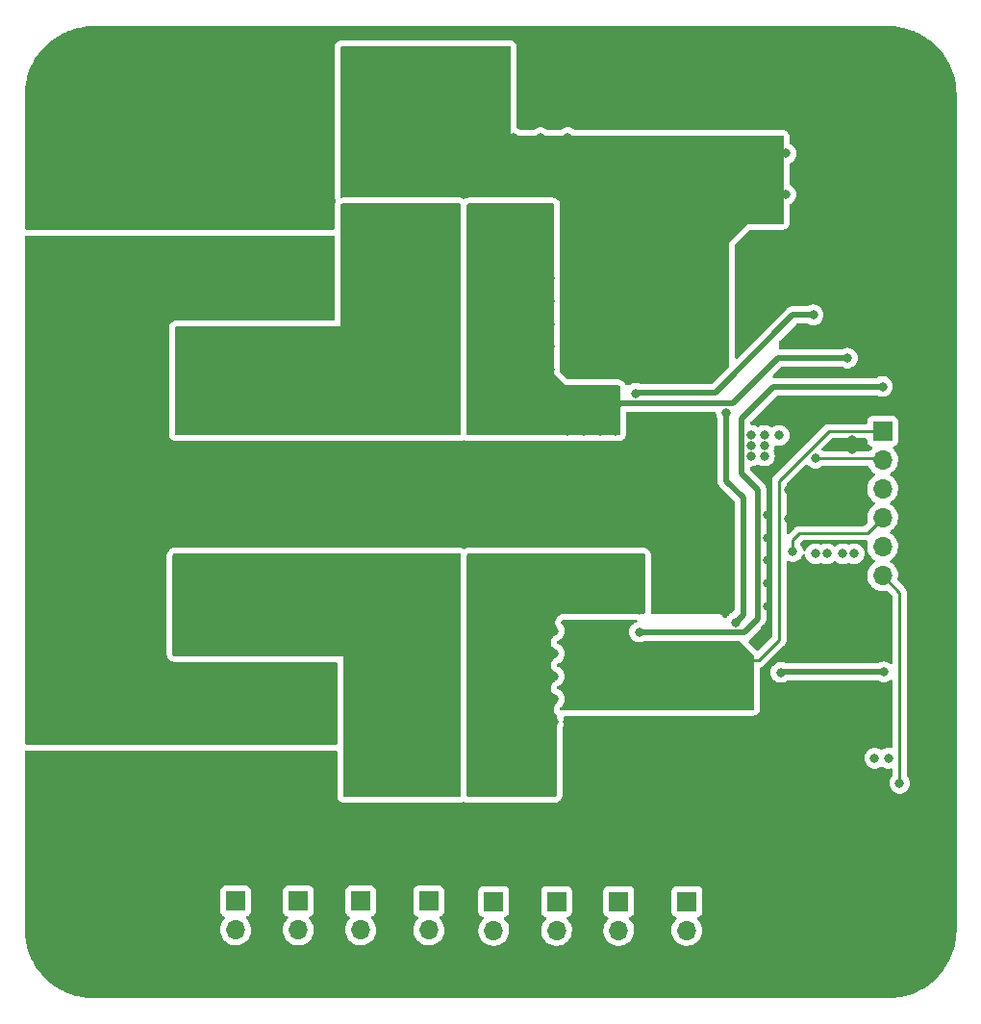
<source format=gbr>
%TF.GenerationSoftware,KiCad,Pcbnew,(6.0.1)*%
%TF.CreationDate,2022-01-20T11:55:35+01:00*%
%TF.ProjectId,BTS-MainBoard-Power,4254532d-4d61-4696-9e42-6f6172642d50,rev?*%
%TF.SameCoordinates,Original*%
%TF.FileFunction,Copper,L4,Bot*%
%TF.FilePolarity,Positive*%
%FSLAX46Y46*%
G04 Gerber Fmt 4.6, Leading zero omitted, Abs format (unit mm)*
G04 Created by KiCad (PCBNEW (6.0.1)) date 2022-01-20 11:55:35*
%MOMM*%
%LPD*%
G01*
G04 APERTURE LIST*
G04 Aperture macros list*
%AMRoundRect*
0 Rectangle with rounded corners*
0 $1 Rounding radius*
0 $2 $3 $4 $5 $6 $7 $8 $9 X,Y pos of 4 corners*
0 Add a 4 corners polygon primitive as box body*
4,1,4,$2,$3,$4,$5,$6,$7,$8,$9,$2,$3,0*
0 Add four circle primitives for the rounded corners*
1,1,$1+$1,$2,$3*
1,1,$1+$1,$4,$5*
1,1,$1+$1,$6,$7*
1,1,$1+$1,$8,$9*
0 Add four rect primitives between the rounded corners*
20,1,$1+$1,$2,$3,$4,$5,0*
20,1,$1+$1,$4,$5,$6,$7,0*
20,1,$1+$1,$6,$7,$8,$9,0*
20,1,$1+$1,$8,$9,$2,$3,0*%
G04 Aperture macros list end*
%TA.AperFunction,ComponentPad*%
%ADD10RoundRect,0.270834X1.029166X-1.029166X1.029166X1.029166X-1.029166X1.029166X-1.029166X-1.029166X0*%
%TD*%
%TA.AperFunction,ComponentPad*%
%ADD11C,2.600000*%
%TD*%
%TA.AperFunction,ComponentPad*%
%ADD12C,8.000000*%
%TD*%
%TA.AperFunction,ComponentPad*%
%ADD13C,0.900000*%
%TD*%
%TA.AperFunction,ComponentPad*%
%ADD14R,1.700000X1.700000*%
%TD*%
%TA.AperFunction,ComponentPad*%
%ADD15O,1.700000X1.700000*%
%TD*%
%TA.AperFunction,ComponentPad*%
%ADD16C,0.800000*%
%TD*%
%TA.AperFunction,ComponentPad*%
%ADD17C,6.000000*%
%TD*%
%TA.AperFunction,ComponentPad*%
%ADD18RoundRect,0.270834X-1.029166X1.029166X-1.029166X-1.029166X1.029166X-1.029166X1.029166X1.029166X0*%
%TD*%
%TA.AperFunction,ViaPad*%
%ADD19C,0.800000*%
%TD*%
%TA.AperFunction,Conductor*%
%ADD20C,0.500000*%
%TD*%
%TA.AperFunction,Conductor*%
%ADD21C,0.250000*%
%TD*%
G04 APERTURE END LIST*
D10*
%TO.P,J10,1,Pin_1*%
%TO.N,/HBridge/+Peltier*%
X132400000Y-90960000D03*
D11*
%TO.P,J10,2,Pin_2*%
%TO.N,/BHS*%
X132400000Y-87000000D03*
%TD*%
D12*
%TO.P,H4,1,1*%
%TO.N,GND*%
X184000000Y-122500000D03*
D13*
X187000000Y-122500000D03*
X184000000Y-125500000D03*
X181878680Y-120378680D03*
X186121320Y-120378680D03*
X181000000Y-122500000D03*
X181878680Y-124621320D03*
X184000000Y-119500000D03*
X186121320Y-124621320D03*
%TD*%
D14*
%TO.P,J12,1,Pin_1*%
%TO.N,/Psu12V*%
X132075000Y-119960000D03*
D15*
%TO.P,J12,2,Pin_2*%
%TO.N,/FanSink*%
X132075000Y-122500000D03*
%TD*%
D16*
%TO.P,H6,1,1*%
%TO.N,/Psu12V*%
X145609010Y-47409010D03*
D17*
X147200000Y-49000000D03*
D16*
X144950000Y-49000000D03*
X147200000Y-51250000D03*
X148790990Y-50590990D03*
X148790990Y-47409010D03*
X147200000Y-46750000D03*
X149450000Y-49000000D03*
X145609010Y-50590990D03*
%TD*%
%TO.P,H5,1,1*%
%TO.N,/Psu12V*%
X137950000Y-49000000D03*
X142450000Y-49000000D03*
X140200000Y-46750000D03*
D17*
X140200000Y-49000000D03*
D16*
X138609010Y-50590990D03*
X141790990Y-47409010D03*
X141790990Y-50590990D03*
X138609010Y-47409010D03*
X140200000Y-51250000D03*
%TD*%
D18*
%TO.P,J9,1,Pin_1*%
%TO.N,/HBridge/+Peltier*%
X133505000Y-77200000D03*
D11*
%TO.P,J9,2,Pin_2*%
%TO.N,/BHS*%
X133505000Y-81160000D03*
%TD*%
D10*
%TO.P,J4,1,Pin_1*%
%TO.N,/HBridge/+Peltier*%
X122495000Y-91000000D03*
D11*
%TO.P,J4,2,Pin_2*%
%TO.N,/BHS*%
X122495000Y-87040000D03*
%TD*%
D14*
%TO.P,J18,1,Pin_1*%
%TO.N,/Psu12V*%
X154800000Y-120000000D03*
D15*
%TO.P,J18,2,Pin_2*%
%TO.N,/FanSink*%
X154800000Y-122540000D03*
%TD*%
D13*
%TO.P,H2,1,1*%
%TO.N,GND*%
X181000000Y-49000000D03*
X186121320Y-46878680D03*
D12*
X184000000Y-49000000D03*
D13*
X187000000Y-49000000D03*
X181878680Y-51121320D03*
X181878680Y-46878680D03*
X186121320Y-51121320D03*
X184000000Y-46000000D03*
X184000000Y-52000000D03*
%TD*%
D14*
%TO.P,J14,1,Pin_1*%
%TO.N,/Psu12V*%
X143550000Y-119960000D03*
D15*
%TO.P,J14,2,Pin_2*%
%TO.N,/FanSink*%
X143550000Y-122500000D03*
%TD*%
D14*
%TO.P,J16,1,Pin_1*%
%TO.N,/Psu12V*%
X137550000Y-119960000D03*
D15*
%TO.P,J16,2,Pin_2*%
%TO.N,/FanSink*%
X137550000Y-122500000D03*
%TD*%
D10*
%TO.P,J6,1,Pin_1*%
%TO.N,/HBridge/+Peltier*%
X122695000Y-71400000D03*
D11*
%TO.P,J6,2,Pin_2*%
%TO.N,/BHS*%
X122695000Y-67440000D03*
%TD*%
D14*
%TO.P,J17,1,Pin_1*%
%TO.N,/Psu12V*%
X149275000Y-120000000D03*
D15*
%TO.P,J17,2,Pin_2*%
%TO.N,/FanSink*%
X149275000Y-122540000D03*
%TD*%
D14*
%TO.P,J13,1,Pin_1*%
%TO.N,/Psu12V*%
X160275000Y-120000000D03*
D15*
%TO.P,J13,2,Pin_2*%
%TO.N,/FanSink*%
X160275000Y-122540000D03*
%TD*%
D12*
%TO.P,H3,1,1*%
%TO.N,GND*%
X114000000Y-122500000D03*
D13*
X116121320Y-124621320D03*
X116121320Y-120378680D03*
X111878680Y-120378680D03*
X111000000Y-122500000D03*
X114000000Y-125500000D03*
X117000000Y-122500000D03*
X114000000Y-119500000D03*
X111878680Y-124621320D03*
%TD*%
D18*
%TO.P,J8,1,Pin_1*%
%TO.N,/HBridge/+Peltier*%
X133505000Y-96400000D03*
D11*
%TO.P,J8,2,Pin_2*%
%TO.N,/BHS*%
X133505000Y-100360000D03*
%TD*%
D18*
%TO.P,J7,1,Pin_1*%
%TO.N,/HBridge/+Peltier*%
X123705000Y-96400000D03*
D11*
%TO.P,J7,2,Pin_2*%
%TO.N,/BHS*%
X123705000Y-100360000D03*
%TD*%
D16*
%TO.P,H8,1,1*%
%TO.N,GND*%
X123009010Y-47409010D03*
X124600000Y-51250000D03*
X123009010Y-50590990D03*
D17*
X124600000Y-49000000D03*
D16*
X126190990Y-47409010D03*
X124600000Y-46750000D03*
X126190990Y-50590990D03*
X122350000Y-49000000D03*
X126850000Y-49000000D03*
%TD*%
D14*
%TO.P,J15,1,Pin_1*%
%TO.N,/Psu12V*%
X126550000Y-119960000D03*
D15*
%TO.P,J15,2,Pin_2*%
%TO.N,/FanSink*%
X126550000Y-122500000D03*
%TD*%
D14*
%TO.P,J3,1,Pin_1*%
%TO.N,/VSense*%
X183500000Y-78625000D03*
D15*
%TO.P,J3,2,Pin_2*%
%TO.N,/AHO_Sig*%
X183500000Y-81165000D03*
%TO.P,J3,3,Pin_3*%
%TO.N,/ALO_Sig*%
X183500000Y-83705000D03*
%TO.P,J3,4,Pin_4*%
%TO.N,/BHO_Sig*%
X183500000Y-86245000D03*
%TO.P,J3,5,Pin_5*%
%TO.N,/BLO_Sig*%
X183500000Y-88785000D03*
%TO.P,J3,6,Pin_6*%
%TO.N,/CoolingFanDriveSignal*%
X183500000Y-91325000D03*
%TO.P,J3,7,Pin_7*%
%TO.N,GND*%
X183500000Y-93865000D03*
%TD*%
D10*
%TO.P,J5,1,Pin_1*%
%TO.N,/HBridge/+Peltier*%
X132495000Y-71400000D03*
D11*
%TO.P,J5,2,Pin_2*%
%TO.N,/BHS*%
X132495000Y-67440000D03*
%TD*%
D18*
%TO.P,J11,1,Pin_1*%
%TO.N,/HBridge/+Peltier*%
X123600000Y-77240000D03*
D11*
%TO.P,J11,2,Pin_2*%
%TO.N,/BHS*%
X123600000Y-81200000D03*
%TD*%
D14*
%TO.P,J19,1,Pin_1*%
%TO.N,/Psu12V*%
X166275000Y-120000000D03*
D15*
%TO.P,J19,2,Pin_2*%
%TO.N,/FanSink*%
X166275000Y-122540000D03*
%TD*%
D12*
%TO.P,H1,1,1*%
%TO.N,GND*%
X114000000Y-49000000D03*
D13*
X114000000Y-52000000D03*
X111000000Y-49000000D03*
X117000000Y-49000000D03*
X116121320Y-46878680D03*
X116121320Y-51121320D03*
X111878680Y-46878680D03*
X114000000Y-46000000D03*
X111878680Y-51121320D03*
%TD*%
D16*
%TO.P,H7,1,1*%
%TO.N,GND*%
X129809010Y-50590990D03*
D17*
X131400000Y-49000000D03*
D16*
X132990990Y-50590990D03*
X129150000Y-49000000D03*
X131400000Y-51250000D03*
X131400000Y-46750000D03*
X132990990Y-47409010D03*
X129809010Y-47409010D03*
X133650000Y-49000000D03*
%TD*%
D19*
%TO.N,/Psu12V*%
X161700000Y-72200000D03*
X173800000Y-59000000D03*
X169600000Y-59000000D03*
X165600000Y-70200000D03*
X153400000Y-54800000D03*
X155800000Y-56800000D03*
X171949500Y-79000000D03*
X143800000Y-52800000D03*
X173100000Y-80800000D03*
X139000000Y-52800000D03*
X156900000Y-71200000D03*
X151000000Y-52800000D03*
X168000000Y-70200000D03*
X148600000Y-54800000D03*
X159300000Y-71200000D03*
X157000000Y-64000000D03*
X169200000Y-71200000D03*
X168400000Y-57800000D03*
X166600000Y-68800000D03*
X157600000Y-54200000D03*
X159300000Y-73200000D03*
X158800000Y-59000000D03*
X159400000Y-67200000D03*
X143800000Y-54800000D03*
X178600000Y-89400000D03*
X156900000Y-70200000D03*
X163000000Y-59000000D03*
X166600000Y-67200000D03*
X139000000Y-56800000D03*
X182800000Y-107400000D03*
X161600000Y-59400000D03*
X173100000Y-79000000D03*
X141400000Y-52800000D03*
X168000000Y-73200000D03*
X155800000Y-52800000D03*
X159400000Y-64000000D03*
X160200000Y-54200000D03*
X158100000Y-70200000D03*
X177600000Y-89400000D03*
X151000000Y-56800000D03*
X180000000Y-89400000D03*
X160500000Y-70200000D03*
X141400000Y-56800000D03*
X136600000Y-54800000D03*
X164400000Y-73200000D03*
X169200000Y-73200000D03*
X169200000Y-72200000D03*
X159400000Y-62400000D03*
X164200000Y-67200000D03*
X164400000Y-72200000D03*
X160200000Y-59400000D03*
X165600000Y-73200000D03*
X184000000Y-107400000D03*
X164000000Y-54200000D03*
X157000000Y-68800000D03*
X174400000Y-79000000D03*
X158800000Y-57800000D03*
X153400000Y-52800000D03*
X169600000Y-57800000D03*
X157000000Y-65600000D03*
X166800000Y-73200000D03*
X171000000Y-54200000D03*
X161700000Y-70200000D03*
X159300000Y-70200000D03*
X164400000Y-71200000D03*
X169600000Y-54200000D03*
X157600000Y-57800000D03*
X169000000Y-62400000D03*
X171949500Y-79900000D03*
X166600000Y-65600000D03*
X172400000Y-59400000D03*
X161800000Y-67200000D03*
X164200000Y-68800000D03*
X151000000Y-54800000D03*
X168000000Y-72200000D03*
X173800000Y-54200000D03*
X168400000Y-54200000D03*
X156900000Y-72200000D03*
X169000000Y-64000000D03*
X161800000Y-62400000D03*
X164400000Y-70200000D03*
X159400000Y-68800000D03*
X165600000Y-71200000D03*
X166600000Y-64000000D03*
X143800000Y-56800000D03*
X161600000Y-54200000D03*
X165600000Y-72200000D03*
X158100000Y-73200000D03*
X164200000Y-62400000D03*
X161800000Y-68800000D03*
X157000000Y-67200000D03*
X136600000Y-52800000D03*
X161800000Y-64000000D03*
X155800000Y-54800000D03*
X175000000Y-57800000D03*
X166600000Y-62400000D03*
X148600000Y-52800000D03*
X164200000Y-65600000D03*
X166800000Y-72200000D03*
X136600000Y-56800000D03*
X139000000Y-54800000D03*
X160500000Y-71200000D03*
X158100000Y-72200000D03*
X166800000Y-71200000D03*
X161800000Y-65600000D03*
X169200000Y-70200000D03*
X159400000Y-65600000D03*
X163000000Y-54200000D03*
X163000000Y-57800000D03*
X146200000Y-56800000D03*
X161700000Y-73200000D03*
X153400000Y-56800000D03*
X160500000Y-72200000D03*
X158800000Y-54200000D03*
X169000000Y-65600000D03*
X171949500Y-80800000D03*
X161700000Y-71200000D03*
X172400000Y-54200000D03*
X169000000Y-67200000D03*
X175000000Y-54200000D03*
X169000000Y-68800000D03*
X146200000Y-54800000D03*
X181000000Y-89400000D03*
X148600000Y-56800000D03*
X168000000Y-71200000D03*
X166800000Y-70200000D03*
X141400000Y-54800000D03*
X160500000Y-73200000D03*
X164200000Y-64000000D03*
X173100000Y-79900000D03*
X146200000Y-52800000D03*
X164000000Y-57800000D03*
X157000000Y-62400000D03*
X158100000Y-71200000D03*
X171000000Y-59400000D03*
X156900000Y-73200000D03*
X159300000Y-72200000D03*
X173800000Y-57800000D03*
%TO.N,GND*%
X159800000Y-116200000D03*
X167800000Y-106200000D03*
X173400000Y-90000000D03*
X157800000Y-114200000D03*
X169800000Y-114200000D03*
X157800000Y-112200000D03*
X155800000Y-116200000D03*
X165800000Y-106200000D03*
X163800000Y-116200000D03*
X161800000Y-114200000D03*
X175200000Y-83800000D03*
X167800000Y-112200000D03*
X173800000Y-46600000D03*
X169600000Y-49000000D03*
X173800000Y-49000000D03*
X165800000Y-112200000D03*
X163800000Y-114200000D03*
X169800000Y-110200000D03*
X158600000Y-46600000D03*
X175800000Y-94000000D03*
X155800000Y-106200000D03*
X167800000Y-108200000D03*
X158600000Y-51400000D03*
X159800000Y-106200000D03*
X171000000Y-51400000D03*
X173400000Y-86000000D03*
X159800000Y-108200000D03*
X155800000Y-108200000D03*
X173800000Y-51400000D03*
X161800000Y-104200000D03*
X180800000Y-79400000D03*
X176600000Y-83800000D03*
X163800000Y-104200000D03*
X173800000Y-47800000D03*
X167800000Y-104200000D03*
X180800000Y-80200000D03*
X160000000Y-46200000D03*
X163800000Y-110200000D03*
X158600000Y-49000000D03*
X158600000Y-50200000D03*
X171000000Y-46200000D03*
X178000000Y-86350000D03*
X157800000Y-106200000D03*
X169600000Y-50200000D03*
X162800000Y-47800000D03*
X173400000Y-94000000D03*
X165800000Y-110200000D03*
X167800000Y-114200000D03*
X159800000Y-110200000D03*
X161800000Y-112200000D03*
X161400000Y-46200000D03*
X178000000Y-83800000D03*
X176600000Y-86350000D03*
X167800000Y-116200000D03*
X162800000Y-46600000D03*
X161800000Y-116200000D03*
X173400000Y-92000000D03*
X169800000Y-108200000D03*
X175800000Y-92000000D03*
X159800000Y-104200000D03*
X163800000Y-106200000D03*
X162800000Y-49000000D03*
X167800000Y-110200000D03*
X169800000Y-104200000D03*
X172400000Y-46200000D03*
X180800000Y-86350000D03*
X169600000Y-51400000D03*
X175200000Y-86350000D03*
X179400000Y-86350000D03*
X172400000Y-51400000D03*
X161400000Y-51400000D03*
X155800000Y-114200000D03*
X165800000Y-116200000D03*
X158600000Y-47800000D03*
X155800000Y-110200000D03*
X159800000Y-112200000D03*
X169800000Y-106200000D03*
X169600000Y-46600000D03*
X157800000Y-116200000D03*
X157800000Y-104200000D03*
X155800000Y-104200000D03*
X162800000Y-51400000D03*
X159800000Y-114200000D03*
X180800000Y-85200000D03*
X157800000Y-108200000D03*
X169600000Y-47800000D03*
X169800000Y-116200000D03*
X162800000Y-50200000D03*
X169800000Y-112200000D03*
X161800000Y-110200000D03*
X179400000Y-83800000D03*
X165800000Y-108200000D03*
X161800000Y-106200000D03*
X180800000Y-84000000D03*
X155800000Y-112200000D03*
X160000000Y-51400000D03*
X173800000Y-50200000D03*
X157800000Y-110200000D03*
X165800000Y-114200000D03*
X163800000Y-112200000D03*
X173400000Y-88000000D03*
%TO.N,/AHS*%
X152600000Y-102200000D03*
X152200000Y-65200000D03*
X156900000Y-94000000D03*
X157200000Y-77600000D03*
X154600000Y-102200000D03*
X159300000Y-93000000D03*
X154600000Y-100200000D03*
X150200000Y-65200000D03*
X160000000Y-78600000D03*
X157200000Y-76600000D03*
X157200000Y-78600000D03*
X156900000Y-92000000D03*
X150600000Y-100200000D03*
X159300000Y-92000000D03*
X160000000Y-76600000D03*
X160500000Y-94000000D03*
X155800000Y-77600000D03*
X152200000Y-69200000D03*
X152200000Y-73200000D03*
X154600000Y-98200000D03*
X150600000Y-102200000D03*
X160500000Y-93000000D03*
X159300000Y-91000000D03*
X152600000Y-104200000D03*
X150200000Y-69200000D03*
X180400000Y-72200000D03*
X161700000Y-94000000D03*
X150600000Y-98200000D03*
X159300000Y-94000000D03*
X152200000Y-71200000D03*
X154200000Y-69200000D03*
X161700000Y-92000000D03*
X161700000Y-91000000D03*
X152600000Y-100200000D03*
X160000000Y-77600000D03*
X154600000Y-96200000D03*
X158600000Y-77600000D03*
X158100000Y-94000000D03*
X158100000Y-92000000D03*
X154200000Y-71200000D03*
X160500000Y-92000000D03*
X156900000Y-93000000D03*
X152600000Y-98200000D03*
X158100000Y-93000000D03*
X150200000Y-67200000D03*
X158600000Y-78600000D03*
X150200000Y-71200000D03*
X158600000Y-76600000D03*
X155800000Y-76600000D03*
X161700000Y-93000000D03*
X152600000Y-96200000D03*
X158100000Y-91000000D03*
X150600000Y-104200000D03*
X155800000Y-78600000D03*
X152200000Y-67200000D03*
X150200000Y-73200000D03*
X154200000Y-73200000D03*
X156900000Y-91000000D03*
X154600000Y-104200000D03*
X150600000Y-96200000D03*
X160500000Y-91000000D03*
X154200000Y-67200000D03*
X154200000Y-65200000D03*
%TO.N,/BHS*%
X166200000Y-79000000D03*
X110200000Y-72000000D03*
X168000000Y-79000000D03*
X166600000Y-91000000D03*
X166200000Y-77600000D03*
X116200000Y-81000000D03*
X164200000Y-86600000D03*
X116200000Y-99000000D03*
X110200000Y-96000000D03*
X114200000Y-90000000D03*
X164200000Y-88200000D03*
X114200000Y-84000000D03*
X164400000Y-79000000D03*
X114200000Y-81000000D03*
X116200000Y-75000000D03*
X118200000Y-87000000D03*
X167800000Y-92000000D03*
X165400000Y-91000000D03*
X114200000Y-93000000D03*
X164400000Y-80400000D03*
X112200000Y-93000000D03*
X169000000Y-92000000D03*
X167400000Y-86600000D03*
X167800000Y-91000000D03*
X168000000Y-77600000D03*
X110200000Y-78000000D03*
X169000000Y-89800000D03*
X169000000Y-86600000D03*
X112200000Y-63000000D03*
X165400000Y-94000000D03*
X166600000Y-92000000D03*
X110200000Y-99000000D03*
X162600000Y-80400000D03*
X116200000Y-84000000D03*
X116200000Y-72000000D03*
X114200000Y-96000000D03*
X112200000Y-72000000D03*
X110200000Y-69000000D03*
X114200000Y-72000000D03*
X165800000Y-88200000D03*
X116200000Y-90000000D03*
X114200000Y-78000000D03*
X164200000Y-92000000D03*
X112200000Y-99000000D03*
X164400000Y-77600000D03*
X164200000Y-94000000D03*
X166600000Y-93000000D03*
X116200000Y-93000000D03*
X110200000Y-63000000D03*
X110200000Y-93000000D03*
X110200000Y-66000000D03*
X165400000Y-93000000D03*
X110200000Y-84000000D03*
X169000000Y-93000000D03*
X114200000Y-99000000D03*
X167400000Y-89800000D03*
X165400000Y-92000000D03*
X112200000Y-78000000D03*
X169000000Y-91000000D03*
X116200000Y-96000000D03*
X112200000Y-105000000D03*
X110200000Y-87000000D03*
X114200000Y-105000000D03*
X169000000Y-94000000D03*
X167400000Y-88200000D03*
X114200000Y-69000000D03*
X112200000Y-81000000D03*
X112200000Y-96000000D03*
X116200000Y-102000000D03*
X167800000Y-94000000D03*
X164200000Y-89800000D03*
X110200000Y-81000000D03*
X116200000Y-69000000D03*
X164200000Y-91000000D03*
X116200000Y-66000000D03*
X120200000Y-84000000D03*
X165800000Y-86600000D03*
X116200000Y-87000000D03*
X112200000Y-75000000D03*
X114200000Y-63000000D03*
X118200000Y-81000000D03*
X112200000Y-84000000D03*
X162600000Y-79000000D03*
X112200000Y-102000000D03*
X114200000Y-66000000D03*
X110200000Y-105000000D03*
X110200000Y-75000000D03*
X168000000Y-80400000D03*
X164200000Y-93000000D03*
X114200000Y-102000000D03*
X169000000Y-88200000D03*
X167800000Y-93000000D03*
X116200000Y-63000000D03*
X116200000Y-78000000D03*
X118200000Y-84000000D03*
X116200000Y-105000000D03*
X166600000Y-94000000D03*
X162600000Y-77600000D03*
X112200000Y-90000000D03*
X114200000Y-87000000D03*
X166200000Y-80400000D03*
X165800000Y-89800000D03*
X110200000Y-90000000D03*
X112200000Y-66000000D03*
X112200000Y-69000000D03*
X110200000Y-102000000D03*
X114200000Y-75000000D03*
X112200000Y-87000000D03*
%TO.N,/VSense*%
X160200000Y-100000000D03*
X168200000Y-98200000D03*
X158200000Y-101800000D03*
X158200000Y-100000000D03*
X168200000Y-101800000D03*
X170200000Y-101800000D03*
X156200000Y-101800000D03*
X162200000Y-98200000D03*
X156200000Y-100000000D03*
X156200000Y-98200000D03*
X160200000Y-98200000D03*
X164200000Y-98200000D03*
X164200000Y-100000000D03*
X158200000Y-98200000D03*
X166200000Y-100000000D03*
X162200000Y-100000000D03*
X170200000Y-100000000D03*
X168200000Y-100000000D03*
X166200000Y-98200000D03*
%TO.N,/CoolingFanDriveSignal*%
X185000000Y-109600000D03*
%TO.N,/HBridge/+Peltier*%
X132400000Y-94200000D03*
X124000000Y-93200000D03*
X132400000Y-93200000D03*
X133400000Y-94200000D03*
X131400000Y-94200000D03*
X134600000Y-73600000D03*
X121600000Y-74600000D03*
X124000000Y-94200000D03*
X122600000Y-73600000D03*
X132600000Y-74600000D03*
X143600000Y-100200000D03*
X123000000Y-94200000D03*
X134600000Y-74600000D03*
X133600000Y-74600000D03*
X132600000Y-73600000D03*
X134400000Y-93200000D03*
X131600000Y-74600000D03*
X125000000Y-93200000D03*
X131400000Y-93200000D03*
X141600000Y-96200000D03*
X125000000Y-94200000D03*
X123000000Y-93200000D03*
X139200000Y-69200000D03*
X141200000Y-69200000D03*
X133400000Y-93200000D03*
X139600000Y-96200000D03*
X134400000Y-94200000D03*
X143200000Y-67200000D03*
X141200000Y-67200000D03*
X124600000Y-74600000D03*
X143200000Y-69200000D03*
X141200000Y-71200000D03*
X124600000Y-73600000D03*
X139600000Y-104200000D03*
X143200000Y-71200000D03*
X133600000Y-73600000D03*
X123600000Y-74600000D03*
X141600000Y-98200000D03*
X141600000Y-100200000D03*
X143200000Y-65200000D03*
X139200000Y-65200000D03*
X122000000Y-93200000D03*
X139600000Y-98200000D03*
X141200000Y-73200000D03*
X141600000Y-102200000D03*
X143600000Y-102200000D03*
X141600000Y-104200000D03*
X141200000Y-65200000D03*
X139600000Y-102200000D03*
X131600000Y-73600000D03*
X139600000Y-100200000D03*
X139200000Y-71200000D03*
X121600000Y-73600000D03*
X122000000Y-94200000D03*
X122600000Y-74600000D03*
X139200000Y-73200000D03*
X143600000Y-96200000D03*
X143600000Y-98200000D03*
X139200000Y-67200000D03*
X143200000Y-73200000D03*
X123600000Y-73600000D03*
X143600000Y-104200000D03*
%TO.N,/HBridge/AHO_Gate*%
X177400000Y-68400000D03*
X161800000Y-75300989D03*
%TO.N,/HBridge/ALO_Gate*%
X183500000Y-74700000D03*
X162100000Y-96300000D03*
%TO.N,/HBridge/BHO_Gate*%
X170562427Y-95450500D03*
X169750000Y-77000000D03*
%TO.N,/HBoot2*%
X183600000Y-99800000D03*
X174550000Y-99850000D03*
%TO.N,/AHO_Sig*%
X177600000Y-81000000D03*
%TO.N,/BHO_Sig*%
X175600000Y-89200000D03*
%TD*%
D20*
%TO.N,/AHS*%
X174300000Y-72200000D02*
X180400000Y-72200000D01*
X160449511Y-76150489D02*
X170349511Y-76150489D01*
X160000000Y-76600000D02*
X160449511Y-76150489D01*
X170349511Y-76150489D02*
X174300000Y-72200000D01*
D21*
%TO.N,/VSense*%
X174400000Y-83000000D02*
X178775000Y-78625000D01*
X178775000Y-78625000D02*
X183500000Y-78625000D01*
X174400000Y-97000000D02*
X174400000Y-83000000D01*
X172600000Y-98800000D02*
X174400000Y-97000000D01*
X170400000Y-98800000D02*
X172600000Y-98800000D01*
%TO.N,/CoolingFanDriveSignal*%
X183500000Y-91325000D02*
X185000000Y-92825000D01*
X185000000Y-92825000D02*
X185000000Y-109600000D01*
D20*
%TO.N,/HBridge/AHO_Gate*%
X161900989Y-75200000D02*
X168800000Y-75200000D01*
X175600000Y-68400000D02*
X177400000Y-68400000D01*
X161800000Y-75300989D02*
X161900989Y-75200000D01*
X168800000Y-75200000D02*
X175600000Y-68400000D01*
%TO.N,/HBridge/ALO_Gate*%
X171099989Y-77500011D02*
X171099989Y-82349989D01*
X171300000Y-96300000D02*
X162100000Y-96300000D01*
X173900000Y-74700000D02*
X171099989Y-77500011D01*
X183500000Y-74700000D02*
X173900000Y-74700000D01*
X172500000Y-95100000D02*
X171300000Y-96300000D01*
X172500000Y-83750000D02*
X172500000Y-95100000D01*
X171099989Y-82349989D02*
X172500000Y-83750000D01*
%TO.N,/HBridge/BHO_Gate*%
X169750000Y-83000000D02*
X171250000Y-84500000D01*
X171250000Y-94762927D02*
X170562427Y-95450500D01*
X171250000Y-84500000D02*
X171250000Y-94762927D01*
X169750000Y-77000000D02*
X169750000Y-83000000D01*
%TO.N,/HBoot2*%
X183600000Y-99800000D02*
X174600000Y-99800000D01*
X174600000Y-99800000D02*
X174550000Y-99850000D01*
D21*
%TO.N,/AHO_Sig*%
X177600000Y-81000000D02*
X183335000Y-81000000D01*
%TO.N,/BHO_Sig*%
X183500000Y-86245000D02*
X182145000Y-87600000D01*
X176200000Y-87600000D02*
X175600000Y-88200000D01*
X182145000Y-87600000D02*
X176200000Y-87600000D01*
X175600000Y-88200000D02*
X175600000Y-89200000D01*
%TD*%
%TA.AperFunction,Conductor*%
%TO.N,GND*%
G36*
X183970057Y-42990298D02*
G01*
X183984858Y-42992603D01*
X183984861Y-42992603D01*
X183993730Y-42993984D01*
X184015075Y-42991193D01*
X184036354Y-42990227D01*
X184466683Y-43007135D01*
X184476546Y-43007911D01*
X184935448Y-43062225D01*
X184945219Y-43063773D01*
X185176206Y-43109719D01*
X185398444Y-43153925D01*
X185408050Y-43156231D01*
X185852803Y-43281664D01*
X185862193Y-43284715D01*
X186095669Y-43370849D01*
X186295744Y-43444661D01*
X186304884Y-43448447D01*
X186724539Y-43641910D01*
X186733354Y-43646402D01*
X187136519Y-43872186D01*
X187144955Y-43877355D01*
X187529186Y-44134089D01*
X187537174Y-44139892D01*
X187680966Y-44253249D01*
X187900073Y-44425980D01*
X187907596Y-44432405D01*
X187975065Y-44494772D01*
X188246938Y-44746088D01*
X188253912Y-44753062D01*
X188426089Y-44939323D01*
X188567595Y-45092404D01*
X188574020Y-45099927D01*
X188860102Y-45462818D01*
X188865917Y-45470822D01*
X189122645Y-45855045D01*
X189127814Y-45863481D01*
X189353598Y-46266646D01*
X189358090Y-46275461D01*
X189551553Y-46695116D01*
X189555339Y-46704256D01*
X189715282Y-47137797D01*
X189718336Y-47147197D01*
X189843767Y-47591943D01*
X189846077Y-47601563D01*
X189936227Y-48054781D01*
X189937775Y-48064552D01*
X189992089Y-48523454D01*
X189992865Y-48533317D01*
X190009479Y-48956166D01*
X190008077Y-48980491D01*
X190006016Y-48993730D01*
X190007180Y-49002632D01*
X190007180Y-49002635D01*
X190010138Y-49025251D01*
X190011202Y-49041589D01*
X190011202Y-122450672D01*
X190009702Y-122470057D01*
X190008030Y-122480798D01*
X190006016Y-122493730D01*
X190008807Y-122515073D01*
X190009773Y-122536354D01*
X189992865Y-122966683D01*
X189992089Y-122976546D01*
X189937775Y-123435448D01*
X189936227Y-123445219D01*
X189891935Y-123667892D01*
X189847046Y-123893567D01*
X189846077Y-123898437D01*
X189843769Y-123908050D01*
X189721101Y-124343001D01*
X189718339Y-124352793D01*
X189715282Y-124362203D01*
X189555339Y-124795744D01*
X189551553Y-124804884D01*
X189358090Y-125224539D01*
X189353598Y-125233354D01*
X189127814Y-125636519D01*
X189122645Y-125644955D01*
X188875996Y-126014094D01*
X188865917Y-126029178D01*
X188860102Y-126037182D01*
X188574020Y-126400073D01*
X188567595Y-126407596D01*
X188426089Y-126560677D01*
X188253912Y-126746938D01*
X188246938Y-126753912D01*
X188060677Y-126926089D01*
X187907596Y-127067595D01*
X187900073Y-127074020D01*
X187861065Y-127104772D01*
X187537174Y-127360108D01*
X187529186Y-127365911D01*
X187398926Y-127452948D01*
X187144955Y-127622645D01*
X187136519Y-127627814D01*
X186759621Y-127838888D01*
X186733354Y-127853598D01*
X186724541Y-127858089D01*
X186342040Y-128034424D01*
X186304884Y-128051553D01*
X186295746Y-128055338D01*
X185862193Y-128215285D01*
X185852803Y-128218336D01*
X185408050Y-128343769D01*
X185398444Y-128346075D01*
X185176206Y-128390281D01*
X184945219Y-128436227D01*
X184935448Y-128437775D01*
X184476546Y-128492089D01*
X184466683Y-128492865D01*
X184043834Y-128509479D01*
X184019509Y-128508077D01*
X184017668Y-128507790D01*
X184015142Y-128507397D01*
X184015140Y-128507397D01*
X184006270Y-128506016D01*
X183974830Y-128510127D01*
X183958466Y-128511191D01*
X114049377Y-128492014D01*
X114030036Y-128490515D01*
X114006270Y-128486814D01*
X113984925Y-128489605D01*
X113963646Y-128490571D01*
X113533317Y-128473663D01*
X113523454Y-128472887D01*
X113064552Y-128418573D01*
X113054781Y-128417025D01*
X112698099Y-128346077D01*
X112601556Y-128326873D01*
X112591950Y-128324567D01*
X112147197Y-128199134D01*
X112137807Y-128196083D01*
X111704254Y-128036136D01*
X111695116Y-128032351D01*
X111317114Y-127858090D01*
X111275459Y-127838887D01*
X111266646Y-127834396D01*
X111230568Y-127814191D01*
X111065063Y-127721504D01*
X110863481Y-127608612D01*
X110855045Y-127603443D01*
X110629812Y-127452948D01*
X110470814Y-127346709D01*
X110462826Y-127340906D01*
X110306244Y-127217466D01*
X110099927Y-127054818D01*
X110092404Y-127048393D01*
X109939323Y-126906887D01*
X109753062Y-126734710D01*
X109746088Y-126727736D01*
X109573911Y-126541475D01*
X109432405Y-126388394D01*
X109425980Y-126380871D01*
X109155036Y-126037182D01*
X109139892Y-126017972D01*
X109134083Y-126009976D01*
X108877355Y-125625753D01*
X108872186Y-125617317D01*
X108646402Y-125214152D01*
X108641910Y-125205337D01*
X108448446Y-124785679D01*
X108444661Y-124776542D01*
X108290091Y-124357564D01*
X108284715Y-124342991D01*
X108281661Y-124333591D01*
X108180667Y-123975490D01*
X108156231Y-123888848D01*
X108153923Y-123879235D01*
X108148818Y-123853567D01*
X108101031Y-123613327D01*
X108063773Y-123426017D01*
X108062225Y-123416246D01*
X108007911Y-122957344D01*
X108007135Y-122947481D01*
X107995258Y-122645216D01*
X107990668Y-122528406D01*
X107992318Y-122502552D01*
X107992748Y-122500000D01*
X107993869Y-122493337D01*
X107994022Y-122480798D01*
X107992002Y-122466695D01*
X125187251Y-122466695D01*
X125187548Y-122471848D01*
X125187548Y-122471851D01*
X125193011Y-122566590D01*
X125200110Y-122689715D01*
X125201247Y-122694761D01*
X125201248Y-122694767D01*
X125210263Y-122734767D01*
X125249222Y-122907639D01*
X125333266Y-123114616D01*
X125449987Y-123305088D01*
X125596250Y-123473938D01*
X125768126Y-123616632D01*
X125961000Y-123729338D01*
X126169692Y-123809030D01*
X126174760Y-123810061D01*
X126174763Y-123810062D01*
X126282017Y-123831883D01*
X126388597Y-123853567D01*
X126393772Y-123853757D01*
X126393774Y-123853757D01*
X126606673Y-123861564D01*
X126606677Y-123861564D01*
X126611837Y-123861753D01*
X126616957Y-123861097D01*
X126616959Y-123861097D01*
X126828288Y-123834025D01*
X126828289Y-123834025D01*
X126833416Y-123833368D01*
X126909102Y-123810661D01*
X127042429Y-123770661D01*
X127042434Y-123770659D01*
X127047384Y-123769174D01*
X127247994Y-123670896D01*
X127429860Y-123541173D01*
X127457191Y-123513938D01*
X127584435Y-123387137D01*
X127588096Y-123383489D01*
X127647594Y-123300689D01*
X127715435Y-123206277D01*
X127718453Y-123202077D01*
X127744276Y-123149829D01*
X127815136Y-123006453D01*
X127815137Y-123006451D01*
X127817430Y-123001811D01*
X127882370Y-122788069D01*
X127911529Y-122566590D01*
X127911611Y-122563240D01*
X127913074Y-122503365D01*
X127913074Y-122503361D01*
X127913156Y-122500000D01*
X127910418Y-122466695D01*
X130712251Y-122466695D01*
X130712548Y-122471848D01*
X130712548Y-122471851D01*
X130718011Y-122566590D01*
X130725110Y-122689715D01*
X130726247Y-122694761D01*
X130726248Y-122694767D01*
X130735263Y-122734767D01*
X130774222Y-122907639D01*
X130858266Y-123114616D01*
X130974987Y-123305088D01*
X131121250Y-123473938D01*
X131293126Y-123616632D01*
X131486000Y-123729338D01*
X131694692Y-123809030D01*
X131699760Y-123810061D01*
X131699763Y-123810062D01*
X131807017Y-123831883D01*
X131913597Y-123853567D01*
X131918772Y-123853757D01*
X131918774Y-123853757D01*
X132131673Y-123861564D01*
X132131677Y-123861564D01*
X132136837Y-123861753D01*
X132141957Y-123861097D01*
X132141959Y-123861097D01*
X132353288Y-123834025D01*
X132353289Y-123834025D01*
X132358416Y-123833368D01*
X132434102Y-123810661D01*
X132567429Y-123770661D01*
X132567434Y-123770659D01*
X132572384Y-123769174D01*
X132772994Y-123670896D01*
X132954860Y-123541173D01*
X132982191Y-123513938D01*
X133109435Y-123387137D01*
X133113096Y-123383489D01*
X133172594Y-123300689D01*
X133240435Y-123206277D01*
X133243453Y-123202077D01*
X133269276Y-123149829D01*
X133340136Y-123006453D01*
X133340137Y-123006451D01*
X133342430Y-123001811D01*
X133407370Y-122788069D01*
X133436529Y-122566590D01*
X133436611Y-122563240D01*
X133438074Y-122503365D01*
X133438074Y-122503361D01*
X133438156Y-122500000D01*
X133435418Y-122466695D01*
X136187251Y-122466695D01*
X136187548Y-122471848D01*
X136187548Y-122471851D01*
X136193011Y-122566590D01*
X136200110Y-122689715D01*
X136201247Y-122694761D01*
X136201248Y-122694767D01*
X136210263Y-122734767D01*
X136249222Y-122907639D01*
X136333266Y-123114616D01*
X136449987Y-123305088D01*
X136596250Y-123473938D01*
X136768126Y-123616632D01*
X136961000Y-123729338D01*
X137169692Y-123809030D01*
X137174760Y-123810061D01*
X137174763Y-123810062D01*
X137282017Y-123831883D01*
X137388597Y-123853567D01*
X137393772Y-123853757D01*
X137393774Y-123853757D01*
X137606673Y-123861564D01*
X137606677Y-123861564D01*
X137611837Y-123861753D01*
X137616957Y-123861097D01*
X137616959Y-123861097D01*
X137828288Y-123834025D01*
X137828289Y-123834025D01*
X137833416Y-123833368D01*
X137909102Y-123810661D01*
X138042429Y-123770661D01*
X138042434Y-123770659D01*
X138047384Y-123769174D01*
X138247994Y-123670896D01*
X138429860Y-123541173D01*
X138457191Y-123513938D01*
X138584435Y-123387137D01*
X138588096Y-123383489D01*
X138647594Y-123300689D01*
X138715435Y-123206277D01*
X138718453Y-123202077D01*
X138744276Y-123149829D01*
X138815136Y-123006453D01*
X138815137Y-123006451D01*
X138817430Y-123001811D01*
X138882370Y-122788069D01*
X138911529Y-122566590D01*
X138911611Y-122563240D01*
X138913074Y-122503365D01*
X138913074Y-122503361D01*
X138913156Y-122500000D01*
X138910418Y-122466695D01*
X142187251Y-122466695D01*
X142187548Y-122471848D01*
X142187548Y-122471851D01*
X142193011Y-122566590D01*
X142200110Y-122689715D01*
X142201247Y-122694761D01*
X142201248Y-122694767D01*
X142210263Y-122734767D01*
X142249222Y-122907639D01*
X142333266Y-123114616D01*
X142449987Y-123305088D01*
X142596250Y-123473938D01*
X142768126Y-123616632D01*
X142961000Y-123729338D01*
X143169692Y-123809030D01*
X143174760Y-123810061D01*
X143174763Y-123810062D01*
X143282017Y-123831883D01*
X143388597Y-123853567D01*
X143393772Y-123853757D01*
X143393774Y-123853757D01*
X143606673Y-123861564D01*
X143606677Y-123861564D01*
X143611837Y-123861753D01*
X143616957Y-123861097D01*
X143616959Y-123861097D01*
X143828288Y-123834025D01*
X143828289Y-123834025D01*
X143833416Y-123833368D01*
X143909102Y-123810661D01*
X144042429Y-123770661D01*
X144042434Y-123770659D01*
X144047384Y-123769174D01*
X144247994Y-123670896D01*
X144429860Y-123541173D01*
X144457191Y-123513938D01*
X144584435Y-123387137D01*
X144588096Y-123383489D01*
X144647594Y-123300689D01*
X144715435Y-123206277D01*
X144718453Y-123202077D01*
X144744276Y-123149829D01*
X144815136Y-123006453D01*
X144815137Y-123006451D01*
X144817430Y-123001811D01*
X144882370Y-122788069D01*
X144911529Y-122566590D01*
X144911611Y-122563240D01*
X144912993Y-122506695D01*
X147912251Y-122506695D01*
X147912548Y-122511848D01*
X147912548Y-122511851D01*
X147918011Y-122606590D01*
X147925110Y-122729715D01*
X147926247Y-122734761D01*
X147926248Y-122734767D01*
X147938261Y-122788069D01*
X147974222Y-122947639D01*
X148058266Y-123154616D01*
X148174987Y-123345088D01*
X148321250Y-123513938D01*
X148493126Y-123656632D01*
X148686000Y-123769338D01*
X148894692Y-123849030D01*
X148899760Y-123850061D01*
X148899763Y-123850062D01*
X148956298Y-123861564D01*
X149113597Y-123893567D01*
X149118772Y-123893757D01*
X149118774Y-123893757D01*
X149331673Y-123901564D01*
X149331677Y-123901564D01*
X149336837Y-123901753D01*
X149341957Y-123901097D01*
X149341959Y-123901097D01*
X149553288Y-123874025D01*
X149553289Y-123874025D01*
X149558416Y-123873368D01*
X149563366Y-123871883D01*
X149767429Y-123810661D01*
X149767434Y-123810659D01*
X149772384Y-123809174D01*
X149972994Y-123710896D01*
X150154860Y-123581173D01*
X150313096Y-123423489D01*
X150339218Y-123387137D01*
X150440435Y-123246277D01*
X150443453Y-123242077D01*
X150461147Y-123206277D01*
X150540136Y-123046453D01*
X150540137Y-123046451D01*
X150542430Y-123041811D01*
X150607370Y-122828069D01*
X150636529Y-122606590D01*
X150637425Y-122569908D01*
X150638074Y-122543365D01*
X150638074Y-122543361D01*
X150638156Y-122540000D01*
X150635418Y-122506695D01*
X153437251Y-122506695D01*
X153437548Y-122511848D01*
X153437548Y-122511851D01*
X153443011Y-122606590D01*
X153450110Y-122729715D01*
X153451247Y-122734761D01*
X153451248Y-122734767D01*
X153463261Y-122788069D01*
X153499222Y-122947639D01*
X153583266Y-123154616D01*
X153699987Y-123345088D01*
X153846250Y-123513938D01*
X154018126Y-123656632D01*
X154211000Y-123769338D01*
X154419692Y-123849030D01*
X154424760Y-123850061D01*
X154424763Y-123850062D01*
X154481298Y-123861564D01*
X154638597Y-123893567D01*
X154643772Y-123893757D01*
X154643774Y-123893757D01*
X154856673Y-123901564D01*
X154856677Y-123901564D01*
X154861837Y-123901753D01*
X154866957Y-123901097D01*
X154866959Y-123901097D01*
X155078288Y-123874025D01*
X155078289Y-123874025D01*
X155083416Y-123873368D01*
X155088366Y-123871883D01*
X155292429Y-123810661D01*
X155292434Y-123810659D01*
X155297384Y-123809174D01*
X155497994Y-123710896D01*
X155679860Y-123581173D01*
X155838096Y-123423489D01*
X155864218Y-123387137D01*
X155965435Y-123246277D01*
X155968453Y-123242077D01*
X155986147Y-123206277D01*
X156065136Y-123046453D01*
X156065137Y-123046451D01*
X156067430Y-123041811D01*
X156132370Y-122828069D01*
X156161529Y-122606590D01*
X156162425Y-122569908D01*
X156163074Y-122543365D01*
X156163074Y-122543361D01*
X156163156Y-122540000D01*
X156160418Y-122506695D01*
X158912251Y-122506695D01*
X158912548Y-122511848D01*
X158912548Y-122511851D01*
X158918011Y-122606590D01*
X158925110Y-122729715D01*
X158926247Y-122734761D01*
X158926248Y-122734767D01*
X158938261Y-122788069D01*
X158974222Y-122947639D01*
X159058266Y-123154616D01*
X159174987Y-123345088D01*
X159321250Y-123513938D01*
X159493126Y-123656632D01*
X159686000Y-123769338D01*
X159894692Y-123849030D01*
X159899760Y-123850061D01*
X159899763Y-123850062D01*
X159956298Y-123861564D01*
X160113597Y-123893567D01*
X160118772Y-123893757D01*
X160118774Y-123893757D01*
X160331673Y-123901564D01*
X160331677Y-123901564D01*
X160336837Y-123901753D01*
X160341957Y-123901097D01*
X160341959Y-123901097D01*
X160553288Y-123874025D01*
X160553289Y-123874025D01*
X160558416Y-123873368D01*
X160563366Y-123871883D01*
X160767429Y-123810661D01*
X160767434Y-123810659D01*
X160772384Y-123809174D01*
X160972994Y-123710896D01*
X161154860Y-123581173D01*
X161313096Y-123423489D01*
X161339218Y-123387137D01*
X161440435Y-123246277D01*
X161443453Y-123242077D01*
X161461147Y-123206277D01*
X161540136Y-123046453D01*
X161540137Y-123046451D01*
X161542430Y-123041811D01*
X161607370Y-122828069D01*
X161636529Y-122606590D01*
X161637425Y-122569908D01*
X161638074Y-122543365D01*
X161638074Y-122543361D01*
X161638156Y-122540000D01*
X161635418Y-122506695D01*
X164912251Y-122506695D01*
X164912548Y-122511848D01*
X164912548Y-122511851D01*
X164918011Y-122606590D01*
X164925110Y-122729715D01*
X164926247Y-122734761D01*
X164926248Y-122734767D01*
X164938261Y-122788069D01*
X164974222Y-122947639D01*
X165058266Y-123154616D01*
X165174987Y-123345088D01*
X165321250Y-123513938D01*
X165493126Y-123656632D01*
X165686000Y-123769338D01*
X165894692Y-123849030D01*
X165899760Y-123850061D01*
X165899763Y-123850062D01*
X165956298Y-123861564D01*
X166113597Y-123893567D01*
X166118772Y-123893757D01*
X166118774Y-123893757D01*
X166331673Y-123901564D01*
X166331677Y-123901564D01*
X166336837Y-123901753D01*
X166341957Y-123901097D01*
X166341959Y-123901097D01*
X166553288Y-123874025D01*
X166553289Y-123874025D01*
X166558416Y-123873368D01*
X166563366Y-123871883D01*
X166767429Y-123810661D01*
X166767434Y-123810659D01*
X166772384Y-123809174D01*
X166972994Y-123710896D01*
X167154860Y-123581173D01*
X167313096Y-123423489D01*
X167339218Y-123387137D01*
X167440435Y-123246277D01*
X167443453Y-123242077D01*
X167461147Y-123206277D01*
X167540136Y-123046453D01*
X167540137Y-123046451D01*
X167542430Y-123041811D01*
X167607370Y-122828069D01*
X167636529Y-122606590D01*
X167637425Y-122569908D01*
X167638074Y-122543365D01*
X167638074Y-122543361D01*
X167638156Y-122540000D01*
X167619852Y-122317361D01*
X167565431Y-122100702D01*
X167476354Y-121895840D01*
X167355014Y-121708277D01*
X167351532Y-121704450D01*
X167207798Y-121546488D01*
X167176746Y-121482642D01*
X167185141Y-121412143D01*
X167230317Y-121357375D01*
X167256761Y-121343706D01*
X167363297Y-121303767D01*
X167371705Y-121300615D01*
X167488261Y-121213261D01*
X167575615Y-121096705D01*
X167626745Y-120960316D01*
X167633500Y-120898134D01*
X167633500Y-119101866D01*
X167626745Y-119039684D01*
X167575615Y-118903295D01*
X167488261Y-118786739D01*
X167371705Y-118699385D01*
X167235316Y-118648255D01*
X167173134Y-118641500D01*
X165376866Y-118641500D01*
X165314684Y-118648255D01*
X165178295Y-118699385D01*
X165061739Y-118786739D01*
X164974385Y-118903295D01*
X164923255Y-119039684D01*
X164916500Y-119101866D01*
X164916500Y-120898134D01*
X164923255Y-120960316D01*
X164974385Y-121096705D01*
X165061739Y-121213261D01*
X165178295Y-121300615D01*
X165186704Y-121303767D01*
X165186705Y-121303768D01*
X165295451Y-121344535D01*
X165352216Y-121387176D01*
X165376916Y-121453738D01*
X165361709Y-121523087D01*
X165342316Y-121549568D01*
X165249771Y-121646411D01*
X165215629Y-121682138D01*
X165089743Y-121866680D01*
X165074003Y-121900590D01*
X165016435Y-122024610D01*
X164995688Y-122069305D01*
X164935989Y-122284570D01*
X164912251Y-122506695D01*
X161635418Y-122506695D01*
X161619852Y-122317361D01*
X161565431Y-122100702D01*
X161476354Y-121895840D01*
X161355014Y-121708277D01*
X161351532Y-121704450D01*
X161207798Y-121546488D01*
X161176746Y-121482642D01*
X161185141Y-121412143D01*
X161230317Y-121357375D01*
X161256761Y-121343706D01*
X161363297Y-121303767D01*
X161371705Y-121300615D01*
X161488261Y-121213261D01*
X161575615Y-121096705D01*
X161626745Y-120960316D01*
X161633500Y-120898134D01*
X161633500Y-119101866D01*
X161626745Y-119039684D01*
X161575615Y-118903295D01*
X161488261Y-118786739D01*
X161371705Y-118699385D01*
X161235316Y-118648255D01*
X161173134Y-118641500D01*
X159376866Y-118641500D01*
X159314684Y-118648255D01*
X159178295Y-118699385D01*
X159061739Y-118786739D01*
X158974385Y-118903295D01*
X158923255Y-119039684D01*
X158916500Y-119101866D01*
X158916500Y-120898134D01*
X158923255Y-120960316D01*
X158974385Y-121096705D01*
X159061739Y-121213261D01*
X159178295Y-121300615D01*
X159186704Y-121303767D01*
X159186705Y-121303768D01*
X159295451Y-121344535D01*
X159352216Y-121387176D01*
X159376916Y-121453738D01*
X159361709Y-121523087D01*
X159342316Y-121549568D01*
X159249771Y-121646411D01*
X159215629Y-121682138D01*
X159089743Y-121866680D01*
X159074003Y-121900590D01*
X159016435Y-122024610D01*
X158995688Y-122069305D01*
X158935989Y-122284570D01*
X158912251Y-122506695D01*
X156160418Y-122506695D01*
X156144852Y-122317361D01*
X156090431Y-122100702D01*
X156001354Y-121895840D01*
X155880014Y-121708277D01*
X155876532Y-121704450D01*
X155732798Y-121546488D01*
X155701746Y-121482642D01*
X155710141Y-121412143D01*
X155755317Y-121357375D01*
X155781761Y-121343706D01*
X155888297Y-121303767D01*
X155896705Y-121300615D01*
X156013261Y-121213261D01*
X156100615Y-121096705D01*
X156151745Y-120960316D01*
X156158500Y-120898134D01*
X156158500Y-119101866D01*
X156151745Y-119039684D01*
X156100615Y-118903295D01*
X156013261Y-118786739D01*
X155896705Y-118699385D01*
X155760316Y-118648255D01*
X155698134Y-118641500D01*
X153901866Y-118641500D01*
X153839684Y-118648255D01*
X153703295Y-118699385D01*
X153586739Y-118786739D01*
X153499385Y-118903295D01*
X153448255Y-119039684D01*
X153441500Y-119101866D01*
X153441500Y-120898134D01*
X153448255Y-120960316D01*
X153499385Y-121096705D01*
X153586739Y-121213261D01*
X153703295Y-121300615D01*
X153711704Y-121303767D01*
X153711705Y-121303768D01*
X153820451Y-121344535D01*
X153877216Y-121387176D01*
X153901916Y-121453738D01*
X153886709Y-121523087D01*
X153867316Y-121549568D01*
X153774771Y-121646411D01*
X153740629Y-121682138D01*
X153614743Y-121866680D01*
X153599003Y-121900590D01*
X153541435Y-122024610D01*
X153520688Y-122069305D01*
X153460989Y-122284570D01*
X153437251Y-122506695D01*
X150635418Y-122506695D01*
X150619852Y-122317361D01*
X150565431Y-122100702D01*
X150476354Y-121895840D01*
X150355014Y-121708277D01*
X150351532Y-121704450D01*
X150207798Y-121546488D01*
X150176746Y-121482642D01*
X150185141Y-121412143D01*
X150230317Y-121357375D01*
X150256761Y-121343706D01*
X150363297Y-121303767D01*
X150371705Y-121300615D01*
X150488261Y-121213261D01*
X150575615Y-121096705D01*
X150626745Y-120960316D01*
X150633500Y-120898134D01*
X150633500Y-119101866D01*
X150626745Y-119039684D01*
X150575615Y-118903295D01*
X150488261Y-118786739D01*
X150371705Y-118699385D01*
X150235316Y-118648255D01*
X150173134Y-118641500D01*
X148376866Y-118641500D01*
X148314684Y-118648255D01*
X148178295Y-118699385D01*
X148061739Y-118786739D01*
X147974385Y-118903295D01*
X147923255Y-119039684D01*
X147916500Y-119101866D01*
X147916500Y-120898134D01*
X147923255Y-120960316D01*
X147974385Y-121096705D01*
X148061739Y-121213261D01*
X148178295Y-121300615D01*
X148186704Y-121303767D01*
X148186705Y-121303768D01*
X148295451Y-121344535D01*
X148352216Y-121387176D01*
X148376916Y-121453738D01*
X148361709Y-121523087D01*
X148342316Y-121549568D01*
X148249771Y-121646411D01*
X148215629Y-121682138D01*
X148089743Y-121866680D01*
X148074003Y-121900590D01*
X148016435Y-122024610D01*
X147995688Y-122069305D01*
X147935989Y-122284570D01*
X147912251Y-122506695D01*
X144912993Y-122506695D01*
X144913074Y-122503365D01*
X144913074Y-122503361D01*
X144913156Y-122500000D01*
X144894852Y-122277361D01*
X144840431Y-122060702D01*
X144751354Y-121855840D01*
X144655891Y-121708277D01*
X144632822Y-121672617D01*
X144632820Y-121672614D01*
X144630014Y-121668277D01*
X144626532Y-121664450D01*
X144482798Y-121506488D01*
X144451746Y-121442642D01*
X144460141Y-121372143D01*
X144505317Y-121317375D01*
X144531761Y-121303706D01*
X144638297Y-121263767D01*
X144646705Y-121260615D01*
X144763261Y-121173261D01*
X144850615Y-121056705D01*
X144901745Y-120920316D01*
X144908500Y-120858134D01*
X144908500Y-119061866D01*
X144901745Y-118999684D01*
X144850615Y-118863295D01*
X144763261Y-118746739D01*
X144646705Y-118659385D01*
X144510316Y-118608255D01*
X144448134Y-118601500D01*
X142651866Y-118601500D01*
X142589684Y-118608255D01*
X142453295Y-118659385D01*
X142336739Y-118746739D01*
X142249385Y-118863295D01*
X142198255Y-118999684D01*
X142191500Y-119061866D01*
X142191500Y-120858134D01*
X142198255Y-120920316D01*
X142249385Y-121056705D01*
X142336739Y-121173261D01*
X142453295Y-121260615D01*
X142461704Y-121263767D01*
X142461705Y-121263768D01*
X142570451Y-121304535D01*
X142627216Y-121347176D01*
X142651916Y-121413738D01*
X142636709Y-121483087D01*
X142617316Y-121509568D01*
X142490629Y-121642138D01*
X142364743Y-121826680D01*
X142270688Y-122029305D01*
X142210989Y-122244570D01*
X142187251Y-122466695D01*
X138910418Y-122466695D01*
X138894852Y-122277361D01*
X138840431Y-122060702D01*
X138751354Y-121855840D01*
X138655891Y-121708277D01*
X138632822Y-121672617D01*
X138632820Y-121672614D01*
X138630014Y-121668277D01*
X138626532Y-121664450D01*
X138482798Y-121506488D01*
X138451746Y-121442642D01*
X138460141Y-121372143D01*
X138505317Y-121317375D01*
X138531761Y-121303706D01*
X138638297Y-121263767D01*
X138646705Y-121260615D01*
X138763261Y-121173261D01*
X138850615Y-121056705D01*
X138901745Y-120920316D01*
X138908500Y-120858134D01*
X138908500Y-119061866D01*
X138901745Y-118999684D01*
X138850615Y-118863295D01*
X138763261Y-118746739D01*
X138646705Y-118659385D01*
X138510316Y-118608255D01*
X138448134Y-118601500D01*
X136651866Y-118601500D01*
X136589684Y-118608255D01*
X136453295Y-118659385D01*
X136336739Y-118746739D01*
X136249385Y-118863295D01*
X136198255Y-118999684D01*
X136191500Y-119061866D01*
X136191500Y-120858134D01*
X136198255Y-120920316D01*
X136249385Y-121056705D01*
X136336739Y-121173261D01*
X136453295Y-121260615D01*
X136461704Y-121263767D01*
X136461705Y-121263768D01*
X136570451Y-121304535D01*
X136627216Y-121347176D01*
X136651916Y-121413738D01*
X136636709Y-121483087D01*
X136617316Y-121509568D01*
X136490629Y-121642138D01*
X136364743Y-121826680D01*
X136270688Y-122029305D01*
X136210989Y-122244570D01*
X136187251Y-122466695D01*
X133435418Y-122466695D01*
X133419852Y-122277361D01*
X133365431Y-122060702D01*
X133276354Y-121855840D01*
X133180891Y-121708277D01*
X133157822Y-121672617D01*
X133157820Y-121672614D01*
X133155014Y-121668277D01*
X133151532Y-121664450D01*
X133007798Y-121506488D01*
X132976746Y-121442642D01*
X132985141Y-121372143D01*
X133030317Y-121317375D01*
X133056761Y-121303706D01*
X133163297Y-121263767D01*
X133171705Y-121260615D01*
X133288261Y-121173261D01*
X133375615Y-121056705D01*
X133426745Y-120920316D01*
X133433500Y-120858134D01*
X133433500Y-119061866D01*
X133426745Y-118999684D01*
X133375615Y-118863295D01*
X133288261Y-118746739D01*
X133171705Y-118659385D01*
X133035316Y-118608255D01*
X132973134Y-118601500D01*
X131176866Y-118601500D01*
X131114684Y-118608255D01*
X130978295Y-118659385D01*
X130861739Y-118746739D01*
X130774385Y-118863295D01*
X130723255Y-118999684D01*
X130716500Y-119061866D01*
X130716500Y-120858134D01*
X130723255Y-120920316D01*
X130774385Y-121056705D01*
X130861739Y-121173261D01*
X130978295Y-121260615D01*
X130986704Y-121263767D01*
X130986705Y-121263768D01*
X131095451Y-121304535D01*
X131152216Y-121347176D01*
X131176916Y-121413738D01*
X131161709Y-121483087D01*
X131142316Y-121509568D01*
X131015629Y-121642138D01*
X130889743Y-121826680D01*
X130795688Y-122029305D01*
X130735989Y-122244570D01*
X130712251Y-122466695D01*
X127910418Y-122466695D01*
X127894852Y-122277361D01*
X127840431Y-122060702D01*
X127751354Y-121855840D01*
X127655891Y-121708277D01*
X127632822Y-121672617D01*
X127632820Y-121672614D01*
X127630014Y-121668277D01*
X127626532Y-121664450D01*
X127482798Y-121506488D01*
X127451746Y-121442642D01*
X127460141Y-121372143D01*
X127505317Y-121317375D01*
X127531761Y-121303706D01*
X127638297Y-121263767D01*
X127646705Y-121260615D01*
X127763261Y-121173261D01*
X127850615Y-121056705D01*
X127901745Y-120920316D01*
X127908500Y-120858134D01*
X127908500Y-119061866D01*
X127901745Y-118999684D01*
X127850615Y-118863295D01*
X127763261Y-118746739D01*
X127646705Y-118659385D01*
X127510316Y-118608255D01*
X127448134Y-118601500D01*
X125651866Y-118601500D01*
X125589684Y-118608255D01*
X125453295Y-118659385D01*
X125336739Y-118746739D01*
X125249385Y-118863295D01*
X125198255Y-118999684D01*
X125191500Y-119061866D01*
X125191500Y-120858134D01*
X125198255Y-120920316D01*
X125249385Y-121056705D01*
X125336739Y-121173261D01*
X125453295Y-121260615D01*
X125461704Y-121263767D01*
X125461705Y-121263768D01*
X125570451Y-121304535D01*
X125627216Y-121347176D01*
X125651916Y-121413738D01*
X125636709Y-121483087D01*
X125617316Y-121509568D01*
X125490629Y-121642138D01*
X125364743Y-121826680D01*
X125270688Y-122029305D01*
X125210989Y-122244570D01*
X125187251Y-122466695D01*
X107992002Y-122466695D01*
X107990082Y-122453289D01*
X107988810Y-122435400D01*
X107988840Y-122322522D01*
X107992887Y-106833952D01*
X108012907Y-106765838D01*
X108066575Y-106719359D01*
X108119086Y-106709860D01*
X108119086Y-106708000D01*
X135366000Y-106708000D01*
X135434121Y-106728002D01*
X135480614Y-106781658D01*
X135492000Y-106834000D01*
X135492000Y-110674000D01*
X135503609Y-110781980D01*
X135514995Y-110834322D01*
X135549293Y-110937372D01*
X135627465Y-111059010D01*
X135673958Y-111112666D01*
X135677352Y-111115607D01*
X135700786Y-111135913D01*
X135783234Y-111207355D01*
X135914760Y-111267421D01*
X135938514Y-111274396D01*
X135978558Y-111286154D01*
X135978562Y-111286155D01*
X135982881Y-111287423D01*
X135987329Y-111288063D01*
X135987336Y-111288064D01*
X136121552Y-111307361D01*
X136121559Y-111307362D01*
X136126000Y-111308000D01*
X146274000Y-111308000D01*
X146381980Y-111296391D01*
X146385264Y-111295677D01*
X146385268Y-111295676D01*
X146410339Y-111290222D01*
X146434322Y-111285005D01*
X146537372Y-111250707D01*
X146544000Y-111246447D01*
X146544005Y-111246445D01*
X146582842Y-111221485D01*
X146650963Y-111201482D01*
X146703306Y-111212868D01*
X146822760Y-111267421D01*
X146846514Y-111274396D01*
X146886558Y-111286154D01*
X146886562Y-111286155D01*
X146890881Y-111287423D01*
X146895329Y-111288063D01*
X146895336Y-111288064D01*
X147029552Y-111307361D01*
X147029559Y-111307362D01*
X147034000Y-111308000D01*
X154674000Y-111308000D01*
X154781980Y-111296391D01*
X154785264Y-111295677D01*
X154785268Y-111295676D01*
X154810339Y-111290222D01*
X154834322Y-111285005D01*
X154937372Y-111250707D01*
X155059010Y-111172535D01*
X155112666Y-111126042D01*
X155124257Y-111112666D01*
X155201453Y-111023577D01*
X155207355Y-111016766D01*
X155267421Y-110885240D01*
X155287423Y-110817119D01*
X155288064Y-110812664D01*
X155307361Y-110678448D01*
X155307362Y-110678441D01*
X155308000Y-110674000D01*
X155308000Y-104819433D01*
X155332062Y-104745374D01*
X155334621Y-104741851D01*
X155339040Y-104736944D01*
X155434527Y-104571556D01*
X155493542Y-104389928D01*
X155513504Y-104200000D01*
X155493542Y-104010072D01*
X155444338Y-103858639D01*
X155442310Y-103787672D01*
X155478973Y-103726874D01*
X155542685Y-103695548D01*
X155563915Y-103693703D01*
X166746229Y-103671409D01*
X172062185Y-103660811D01*
X172062192Y-103660811D01*
X172065520Y-103660804D01*
X172085798Y-103658604D01*
X172169143Y-103649562D01*
X172169146Y-103649562D01*
X172172460Y-103649202D01*
X172175718Y-103648494D01*
X172175721Y-103648493D01*
X172221041Y-103638637D01*
X172221042Y-103638637D01*
X172224310Y-103637926D01*
X172227478Y-103636875D01*
X172227483Y-103636874D01*
X172318970Y-103606534D01*
X172318972Y-103606533D01*
X172326417Y-103604064D01*
X172448219Y-103526147D01*
X172451620Y-103523212D01*
X172451626Y-103523208D01*
X172479973Y-103498749D01*
X172501972Y-103479767D01*
X172596886Y-103370696D01*
X172657229Y-103239298D01*
X172677375Y-103171219D01*
X172698255Y-103028140D01*
X172705632Y-99524888D01*
X172725778Y-99456809D01*
X172785252Y-99408000D01*
X172799915Y-99402195D01*
X172811142Y-99398351D01*
X172845983Y-99388229D01*
X172845984Y-99388229D01*
X172853593Y-99386018D01*
X172860412Y-99381985D01*
X172860417Y-99381983D01*
X172871028Y-99375707D01*
X172888776Y-99367012D01*
X172907617Y-99359552D01*
X172943387Y-99333564D01*
X172953307Y-99327048D01*
X172984535Y-99308580D01*
X172984538Y-99308578D01*
X172991362Y-99304542D01*
X173005683Y-99290221D01*
X173020717Y-99277380D01*
X173030694Y-99270131D01*
X173037107Y-99265472D01*
X173065298Y-99231395D01*
X173073288Y-99222616D01*
X174792247Y-97503657D01*
X174800537Y-97496113D01*
X174807018Y-97492000D01*
X174853659Y-97442332D01*
X174856413Y-97439491D01*
X174876134Y-97419770D01*
X174878612Y-97416575D01*
X174886318Y-97407553D01*
X174911158Y-97381101D01*
X174916586Y-97375321D01*
X174926346Y-97357568D01*
X174937199Y-97341045D01*
X174944753Y-97331306D01*
X174949613Y-97325041D01*
X174967176Y-97284457D01*
X174972383Y-97273827D01*
X174993695Y-97235060D01*
X174995666Y-97227383D01*
X174995668Y-97227378D01*
X174998732Y-97215442D01*
X175005138Y-97196730D01*
X175010034Y-97185417D01*
X175013181Y-97178145D01*
X175020097Y-97134481D01*
X175022504Y-97122860D01*
X175031528Y-97087711D01*
X175031528Y-97087710D01*
X175033500Y-97080030D01*
X175033500Y-97059769D01*
X175035051Y-97040058D01*
X175036979Y-97027885D01*
X175038219Y-97020057D01*
X175034059Y-96976046D01*
X175033500Y-96964189D01*
X175033500Y-90136278D01*
X175053502Y-90068157D01*
X175107158Y-90021664D01*
X175177432Y-90011560D01*
X175210747Y-90021171D01*
X175317712Y-90068794D01*
X175383365Y-90082749D01*
X175498056Y-90107128D01*
X175498061Y-90107128D01*
X175504513Y-90108500D01*
X175695487Y-90108500D01*
X175701939Y-90107128D01*
X175701944Y-90107128D01*
X175816635Y-90082749D01*
X175882288Y-90068794D01*
X175909234Y-90056797D01*
X176050722Y-89993803D01*
X176050724Y-89993802D01*
X176056752Y-89991118D01*
X176071345Y-89980516D01*
X176120949Y-89944476D01*
X176211253Y-89878866D01*
X176313534Y-89765271D01*
X176334621Y-89741852D01*
X176334622Y-89741851D01*
X176339040Y-89736944D01*
X176434527Y-89571556D01*
X176455355Y-89507454D01*
X176495429Y-89448849D01*
X176560826Y-89421212D01*
X176630782Y-89433319D01*
X176683088Y-89481325D01*
X176700498Y-89533221D01*
X176705129Y-89577279D01*
X176706458Y-89589928D01*
X176765473Y-89771556D01*
X176860960Y-89936944D01*
X176865378Y-89941851D01*
X176865379Y-89941852D01*
X176979285Y-90068357D01*
X176988747Y-90078866D01*
X177061424Y-90131669D01*
X177120530Y-90174612D01*
X177143248Y-90191118D01*
X177149276Y-90193802D01*
X177149278Y-90193803D01*
X177151248Y-90194680D01*
X177317712Y-90268794D01*
X177411113Y-90288647D01*
X177498056Y-90307128D01*
X177498061Y-90307128D01*
X177504513Y-90308500D01*
X177695487Y-90308500D01*
X177701939Y-90307128D01*
X177701944Y-90307128D01*
X177788887Y-90288647D01*
X177882288Y-90268794D01*
X178048752Y-90194680D01*
X178119118Y-90185246D01*
X178151247Y-90194680D01*
X178317712Y-90268794D01*
X178411113Y-90288647D01*
X178498056Y-90307128D01*
X178498061Y-90307128D01*
X178504513Y-90308500D01*
X178695487Y-90308500D01*
X178701939Y-90307128D01*
X178701944Y-90307128D01*
X178788887Y-90288647D01*
X178882288Y-90268794D01*
X179048752Y-90194680D01*
X179050722Y-90193803D01*
X179050724Y-90193802D01*
X179056752Y-90191118D01*
X179064834Y-90185246D01*
X179205909Y-90082749D01*
X179205911Y-90082747D01*
X179211253Y-90078866D01*
X179215675Y-90073955D01*
X179215687Y-90073944D01*
X179279694Y-90043225D01*
X179350148Y-90051987D01*
X179384313Y-90073944D01*
X179384325Y-90073955D01*
X179388747Y-90078866D01*
X179394089Y-90082747D01*
X179394091Y-90082749D01*
X179535166Y-90185246D01*
X179543248Y-90191118D01*
X179549276Y-90193802D01*
X179549278Y-90193803D01*
X179551248Y-90194680D01*
X179717712Y-90268794D01*
X179811113Y-90288647D01*
X179898056Y-90307128D01*
X179898061Y-90307128D01*
X179904513Y-90308500D01*
X180095487Y-90308500D01*
X180101939Y-90307128D01*
X180101944Y-90307128D01*
X180188887Y-90288647D01*
X180282288Y-90268794D01*
X180448752Y-90194680D01*
X180519118Y-90185246D01*
X180551247Y-90194680D01*
X180717712Y-90268794D01*
X180811113Y-90288647D01*
X180898056Y-90307128D01*
X180898061Y-90307128D01*
X180904513Y-90308500D01*
X181095487Y-90308500D01*
X181101939Y-90307128D01*
X181101944Y-90307128D01*
X181188887Y-90288647D01*
X181282288Y-90268794D01*
X181448752Y-90194680D01*
X181450722Y-90193803D01*
X181450724Y-90193802D01*
X181456752Y-90191118D01*
X181479471Y-90174612D01*
X181538576Y-90131669D01*
X181611253Y-90078866D01*
X181620715Y-90068357D01*
X181734621Y-89941852D01*
X181734622Y-89941851D01*
X181739040Y-89936944D01*
X181834527Y-89771556D01*
X181893542Y-89589928D01*
X181894872Y-89577279D01*
X181912814Y-89406565D01*
X181913504Y-89400000D01*
X181912445Y-89389928D01*
X181894232Y-89216635D01*
X181894232Y-89216633D01*
X181893542Y-89210072D01*
X181834527Y-89028444D01*
X181803507Y-88974715D01*
X181742341Y-88868774D01*
X181739040Y-88863056D01*
X181634149Y-88746562D01*
X181615675Y-88726045D01*
X181615674Y-88726044D01*
X181611253Y-88721134D01*
X181512157Y-88649136D01*
X181462094Y-88612763D01*
X181462093Y-88612762D01*
X181456752Y-88608882D01*
X181450724Y-88606198D01*
X181450722Y-88606197D01*
X181288319Y-88533891D01*
X181288318Y-88533891D01*
X181282288Y-88531206D01*
X181188888Y-88511353D01*
X181101944Y-88492872D01*
X181101939Y-88492872D01*
X181095487Y-88491500D01*
X180904513Y-88491500D01*
X180898061Y-88492872D01*
X180898056Y-88492872D01*
X180811112Y-88511353D01*
X180717712Y-88531206D01*
X180711682Y-88533891D01*
X180711681Y-88533891D01*
X180684839Y-88545842D01*
X180551248Y-88605320D01*
X180480882Y-88614754D01*
X180448753Y-88605320D01*
X180315161Y-88545842D01*
X180288319Y-88533891D01*
X180288318Y-88533891D01*
X180282288Y-88531206D01*
X180188888Y-88511353D01*
X180101944Y-88492872D01*
X180101939Y-88492872D01*
X180095487Y-88491500D01*
X179904513Y-88491500D01*
X179898061Y-88492872D01*
X179898056Y-88492872D01*
X179811112Y-88511353D01*
X179717712Y-88531206D01*
X179711682Y-88533891D01*
X179711681Y-88533891D01*
X179549278Y-88606197D01*
X179549276Y-88606198D01*
X179543248Y-88608882D01*
X179537907Y-88612762D01*
X179537906Y-88612763D01*
X179475433Y-88658153D01*
X179388747Y-88721134D01*
X179384325Y-88726045D01*
X179384313Y-88726056D01*
X179320306Y-88756775D01*
X179249852Y-88748013D01*
X179215687Y-88726056D01*
X179215675Y-88726045D01*
X179211253Y-88721134D01*
X179124568Y-88658153D01*
X179062094Y-88612763D01*
X179062093Y-88612762D01*
X179056752Y-88608882D01*
X179050724Y-88606198D01*
X179050722Y-88606197D01*
X178888319Y-88533891D01*
X178888318Y-88533891D01*
X178882288Y-88531206D01*
X178788888Y-88511353D01*
X178701944Y-88492872D01*
X178701939Y-88492872D01*
X178695487Y-88491500D01*
X178504513Y-88491500D01*
X178498061Y-88492872D01*
X178498056Y-88492872D01*
X178411112Y-88511353D01*
X178317712Y-88531206D01*
X178311682Y-88533891D01*
X178311681Y-88533891D01*
X178284839Y-88545842D01*
X178151248Y-88605320D01*
X178080882Y-88614754D01*
X178048753Y-88605320D01*
X177915161Y-88545842D01*
X177888319Y-88533891D01*
X177888318Y-88533891D01*
X177882288Y-88531206D01*
X177788888Y-88511353D01*
X177701944Y-88492872D01*
X177701939Y-88492872D01*
X177695487Y-88491500D01*
X177504513Y-88491500D01*
X177498061Y-88492872D01*
X177498056Y-88492872D01*
X177411112Y-88511353D01*
X177317712Y-88531206D01*
X177311682Y-88533891D01*
X177311681Y-88533891D01*
X177149278Y-88606197D01*
X177149276Y-88606198D01*
X177143248Y-88608882D01*
X177137907Y-88612762D01*
X177137906Y-88612763D01*
X177087843Y-88649136D01*
X176988747Y-88721134D01*
X176984326Y-88726044D01*
X176984325Y-88726045D01*
X176965852Y-88746562D01*
X176860960Y-88863056D01*
X176857659Y-88868774D01*
X176796494Y-88974715D01*
X176765473Y-89028444D01*
X176750974Y-89073069D01*
X176744645Y-89092546D01*
X176704571Y-89151151D01*
X176639174Y-89178788D01*
X176569218Y-89166681D01*
X176516912Y-89118675D01*
X176499502Y-89066779D01*
X176494232Y-89016635D01*
X176494232Y-89016633D01*
X176493542Y-89010072D01*
X176434527Y-88828444D01*
X176429478Y-88819698D01*
X176372571Y-88721134D01*
X176339040Y-88663056D01*
X176273974Y-88590793D01*
X176243257Y-88526785D01*
X176252022Y-88456332D01*
X176278516Y-88417388D01*
X176425499Y-88270405D01*
X176487811Y-88236379D01*
X176514594Y-88233500D01*
X182066233Y-88233500D01*
X182077421Y-88234028D01*
X182084909Y-88235702D01*
X182090103Y-88235539D01*
X182154912Y-88261415D01*
X182196146Y-88319210D01*
X182198531Y-88394200D01*
X182160989Y-88529570D01*
X182137251Y-88751695D01*
X182137548Y-88756848D01*
X182137548Y-88756851D01*
X182149812Y-88969547D01*
X182150110Y-88974715D01*
X182151247Y-88979761D01*
X182151248Y-88979767D01*
X182163634Y-89034726D01*
X182199222Y-89192639D01*
X182283266Y-89399616D01*
X182296500Y-89421212D01*
X182392138Y-89577279D01*
X182399987Y-89590088D01*
X182546250Y-89758938D01*
X182718126Y-89901632D01*
X182786955Y-89941852D01*
X182791445Y-89944476D01*
X182840169Y-89996114D01*
X182853240Y-90065897D01*
X182826509Y-90131669D01*
X182786055Y-90165027D01*
X182773607Y-90171507D01*
X182769474Y-90174610D01*
X182769471Y-90174612D01*
X182642205Y-90270166D01*
X182594965Y-90305635D01*
X182440629Y-90467138D01*
X182314743Y-90651680D01*
X182220688Y-90854305D01*
X182160989Y-91069570D01*
X182137251Y-91291695D01*
X182137548Y-91296848D01*
X182137548Y-91296851D01*
X182143011Y-91391590D01*
X182150110Y-91514715D01*
X182151247Y-91519761D01*
X182151248Y-91519767D01*
X182171119Y-91607939D01*
X182199222Y-91732639D01*
X182283266Y-91939616D01*
X182399987Y-92130088D01*
X182546250Y-92298938D01*
X182718126Y-92441632D01*
X182911000Y-92554338D01*
X183119692Y-92634030D01*
X183124760Y-92635061D01*
X183124763Y-92635062D01*
X183232012Y-92656882D01*
X183338597Y-92678567D01*
X183343772Y-92678757D01*
X183343774Y-92678757D01*
X183556673Y-92686564D01*
X183556677Y-92686564D01*
X183561837Y-92686753D01*
X183566957Y-92686097D01*
X183566959Y-92686097D01*
X183778288Y-92659025D01*
X183778289Y-92659025D01*
X183783416Y-92658368D01*
X183788367Y-92656883D01*
X183788370Y-92656882D01*
X183829829Y-92644444D01*
X183900825Y-92644028D01*
X183955131Y-92676035D01*
X184329595Y-93050499D01*
X184363621Y-93112811D01*
X184366500Y-93139594D01*
X184366500Y-98986639D01*
X184346498Y-99054760D01*
X184292842Y-99101253D01*
X184222568Y-99111357D01*
X184166440Y-99088576D01*
X184068527Y-99017437D01*
X184062094Y-99012763D01*
X184062093Y-99012762D01*
X184056752Y-99008882D01*
X184050724Y-99006198D01*
X184050722Y-99006197D01*
X183888319Y-98933891D01*
X183888318Y-98933891D01*
X183882288Y-98931206D01*
X183788887Y-98911353D01*
X183701944Y-98892872D01*
X183701939Y-98892872D01*
X183695487Y-98891500D01*
X183504513Y-98891500D01*
X183498061Y-98892872D01*
X183498056Y-98892872D01*
X183411112Y-98911353D01*
X183317712Y-98931206D01*
X183311682Y-98933891D01*
X183311681Y-98933891D01*
X183149278Y-99006197D01*
X183149276Y-99006198D01*
X183143248Y-99008882D01*
X183137909Y-99012761D01*
X183137902Y-99012765D01*
X183131472Y-99017437D01*
X183057413Y-99041500D01*
X174994494Y-99041500D01*
X174943245Y-99030607D01*
X174838319Y-98983891D01*
X174838318Y-98983891D01*
X174832288Y-98981206D01*
X174738887Y-98961353D01*
X174651944Y-98942872D01*
X174651939Y-98942872D01*
X174645487Y-98941500D01*
X174454513Y-98941500D01*
X174448061Y-98942872D01*
X174448056Y-98942872D01*
X174361113Y-98961353D01*
X174267712Y-98981206D01*
X174261682Y-98983891D01*
X174261681Y-98983891D01*
X174099278Y-99056197D01*
X174099276Y-99056198D01*
X174093248Y-99058882D01*
X173938747Y-99171134D01*
X173934326Y-99176044D01*
X173934325Y-99176045D01*
X173859303Y-99259366D01*
X173810960Y-99313056D01*
X173715473Y-99478444D01*
X173656458Y-99660072D01*
X173636496Y-99850000D01*
X173656458Y-100039928D01*
X173715473Y-100221556D01*
X173810960Y-100386944D01*
X173938747Y-100528866D01*
X174093248Y-100641118D01*
X174099276Y-100643802D01*
X174099278Y-100643803D01*
X174244591Y-100708500D01*
X174267712Y-100718794D01*
X174361113Y-100738647D01*
X174448056Y-100757128D01*
X174448061Y-100757128D01*
X174454513Y-100758500D01*
X174645487Y-100758500D01*
X174651939Y-100757128D01*
X174651944Y-100757128D01*
X174738888Y-100738647D01*
X174832288Y-100718794D01*
X174855409Y-100708500D01*
X175000722Y-100643803D01*
X175000724Y-100643802D01*
X175006752Y-100641118D01*
X175087344Y-100582564D01*
X175154211Y-100558706D01*
X175161405Y-100558500D01*
X183057413Y-100558500D01*
X183131472Y-100582563D01*
X183137902Y-100587235D01*
X183137909Y-100587239D01*
X183143248Y-100591118D01*
X183149276Y-100593802D01*
X183149278Y-100593803D01*
X183246833Y-100637237D01*
X183317712Y-100668794D01*
X183411112Y-100688647D01*
X183498056Y-100707128D01*
X183498061Y-100707128D01*
X183504513Y-100708500D01*
X183695487Y-100708500D01*
X183701939Y-100707128D01*
X183701944Y-100707128D01*
X183788887Y-100688647D01*
X183882288Y-100668794D01*
X183953167Y-100637237D01*
X184050722Y-100593803D01*
X184050724Y-100593802D01*
X184056752Y-100591118D01*
X184062097Y-100587235D01*
X184101647Y-100558500D01*
X184166440Y-100511425D01*
X184233306Y-100487567D01*
X184302458Y-100503647D01*
X184351938Y-100554560D01*
X184366500Y-100613361D01*
X184366500Y-106393508D01*
X184346498Y-106461629D01*
X184292842Y-106508122D01*
X184222568Y-106518226D01*
X184214303Y-106516755D01*
X184101944Y-106492872D01*
X184101939Y-106492872D01*
X184095487Y-106491500D01*
X183904513Y-106491500D01*
X183898061Y-106492872D01*
X183898056Y-106492872D01*
X183826313Y-106508122D01*
X183717712Y-106531206D01*
X183711682Y-106533891D01*
X183711681Y-106533891D01*
X183549278Y-106606197D01*
X183549276Y-106606198D01*
X183543248Y-106608882D01*
X183537907Y-106612762D01*
X183537906Y-106612763D01*
X183474061Y-106659149D01*
X183407193Y-106683008D01*
X183338041Y-106666927D01*
X183325939Y-106659149D01*
X183262094Y-106612763D01*
X183262093Y-106612762D01*
X183256752Y-106608882D01*
X183250724Y-106606198D01*
X183250722Y-106606197D01*
X183088319Y-106533891D01*
X183088318Y-106533891D01*
X183082288Y-106531206D01*
X182973687Y-106508122D01*
X182901944Y-106492872D01*
X182901939Y-106492872D01*
X182895487Y-106491500D01*
X182704513Y-106491500D01*
X182698061Y-106492872D01*
X182698056Y-106492872D01*
X182626313Y-106508122D01*
X182517712Y-106531206D01*
X182511682Y-106533891D01*
X182511681Y-106533891D01*
X182349278Y-106606197D01*
X182349276Y-106606198D01*
X182343248Y-106608882D01*
X182188747Y-106721134D01*
X182060960Y-106863056D01*
X181965473Y-107028444D01*
X181906458Y-107210072D01*
X181886496Y-107400000D01*
X181906458Y-107589928D01*
X181965473Y-107771556D01*
X182060960Y-107936944D01*
X182188747Y-108078866D01*
X182343248Y-108191118D01*
X182349276Y-108193802D01*
X182349278Y-108193803D01*
X182511681Y-108266109D01*
X182517712Y-108268794D01*
X182611112Y-108288647D01*
X182698056Y-108307128D01*
X182698061Y-108307128D01*
X182704513Y-108308500D01*
X182895487Y-108308500D01*
X182901939Y-108307128D01*
X182901944Y-108307128D01*
X182988888Y-108288647D01*
X183082288Y-108268794D01*
X183088319Y-108266109D01*
X183250722Y-108193803D01*
X183250724Y-108193802D01*
X183256752Y-108191118D01*
X183262094Y-108187237D01*
X183325939Y-108140851D01*
X183392807Y-108116992D01*
X183461959Y-108133073D01*
X183474061Y-108140851D01*
X183537906Y-108187237D01*
X183543248Y-108191118D01*
X183549276Y-108193802D01*
X183549278Y-108193803D01*
X183711681Y-108266109D01*
X183717712Y-108268794D01*
X183811112Y-108288647D01*
X183898056Y-108307128D01*
X183898061Y-108307128D01*
X183904513Y-108308500D01*
X184095487Y-108308500D01*
X184101939Y-108307128D01*
X184101944Y-108307128D01*
X184214303Y-108283245D01*
X184285094Y-108288647D01*
X184341727Y-108331464D01*
X184366220Y-108398102D01*
X184366500Y-108406492D01*
X184366500Y-108897476D01*
X184346498Y-108965597D01*
X184334142Y-108981779D01*
X184260960Y-109063056D01*
X184165473Y-109228444D01*
X184106458Y-109410072D01*
X184086496Y-109600000D01*
X184106458Y-109789928D01*
X184165473Y-109971556D01*
X184260960Y-110136944D01*
X184388747Y-110278866D01*
X184543248Y-110391118D01*
X184549276Y-110393802D01*
X184549278Y-110393803D01*
X184711681Y-110466109D01*
X184717712Y-110468794D01*
X184811113Y-110488647D01*
X184898056Y-110507128D01*
X184898061Y-110507128D01*
X184904513Y-110508500D01*
X185095487Y-110508500D01*
X185101939Y-110507128D01*
X185101944Y-110507128D01*
X185188888Y-110488647D01*
X185282288Y-110468794D01*
X185288319Y-110466109D01*
X185450722Y-110393803D01*
X185450724Y-110393802D01*
X185456752Y-110391118D01*
X185611253Y-110278866D01*
X185739040Y-110136944D01*
X185834527Y-109971556D01*
X185893542Y-109789928D01*
X185913504Y-109600000D01*
X185893542Y-109410072D01*
X185834527Y-109228444D01*
X185739040Y-109063056D01*
X185665863Y-108981785D01*
X185635147Y-108917779D01*
X185633500Y-108897476D01*
X185633500Y-92903763D01*
X185634027Y-92892579D01*
X185635701Y-92885091D01*
X185633562Y-92817032D01*
X185633500Y-92813075D01*
X185633500Y-92785144D01*
X185632994Y-92781138D01*
X185632061Y-92769292D01*
X185630922Y-92733037D01*
X185630673Y-92725110D01*
X185625022Y-92705658D01*
X185621014Y-92686306D01*
X185619467Y-92674063D01*
X185618474Y-92666203D01*
X185614784Y-92656882D01*
X185602200Y-92625097D01*
X185598355Y-92613870D01*
X185597721Y-92611687D01*
X185586018Y-92571407D01*
X185581984Y-92564585D01*
X185581981Y-92564579D01*
X185575706Y-92553968D01*
X185567010Y-92536218D01*
X185562472Y-92524756D01*
X185562469Y-92524751D01*
X185559552Y-92517383D01*
X185533573Y-92481625D01*
X185527057Y-92471707D01*
X185508575Y-92440457D01*
X185504542Y-92433637D01*
X185490218Y-92419313D01*
X185477376Y-92404278D01*
X185465472Y-92387893D01*
X185431406Y-92359711D01*
X185422627Y-92351722D01*
X184851218Y-91780313D01*
X184817192Y-91718001D01*
X184819755Y-91654589D01*
X184830865Y-91618022D01*
X184832370Y-91613069D01*
X184861529Y-91391590D01*
X184863156Y-91325000D01*
X184844852Y-91102361D01*
X184790431Y-90885702D01*
X184701354Y-90680840D01*
X184580014Y-90493277D01*
X184429670Y-90328051D01*
X184425619Y-90324852D01*
X184425615Y-90324848D01*
X184258414Y-90192800D01*
X184258410Y-90192798D01*
X184254359Y-90189598D01*
X184213053Y-90166796D01*
X184163084Y-90116364D01*
X184148312Y-90046921D01*
X184173428Y-89980516D01*
X184200780Y-89953909D01*
X184260402Y-89911381D01*
X184379860Y-89826173D01*
X184538096Y-89668489D01*
X184594548Y-89589928D01*
X184665435Y-89491277D01*
X184668453Y-89487077D01*
X184687347Y-89448849D01*
X184765136Y-89291453D01*
X184765137Y-89291451D01*
X184767430Y-89286811D01*
X184818514Y-89118675D01*
X184830865Y-89078023D01*
X184830865Y-89078021D01*
X184832370Y-89073069D01*
X184861529Y-88851590D01*
X184862095Y-88828444D01*
X184863074Y-88788365D01*
X184863074Y-88788361D01*
X184863156Y-88785000D01*
X184844852Y-88562361D01*
X184790431Y-88345702D01*
X184701354Y-88140840D01*
X184580014Y-87953277D01*
X184429670Y-87788051D01*
X184425619Y-87784852D01*
X184425615Y-87784848D01*
X184258414Y-87652800D01*
X184258410Y-87652798D01*
X184254359Y-87649598D01*
X184213053Y-87626796D01*
X184163084Y-87576364D01*
X184148312Y-87506921D01*
X184173428Y-87440516D01*
X184200780Y-87413909D01*
X184244603Y-87382650D01*
X184379860Y-87286173D01*
X184538096Y-87128489D01*
X184546501Y-87116793D01*
X184665435Y-86951277D01*
X184668453Y-86947077D01*
X184767430Y-86746811D01*
X184832370Y-86533069D01*
X184861529Y-86311590D01*
X184863156Y-86245000D01*
X184844852Y-86022361D01*
X184790431Y-85805702D01*
X184701354Y-85600840D01*
X184580014Y-85413277D01*
X184429670Y-85248051D01*
X184425619Y-85244852D01*
X184425615Y-85244848D01*
X184258414Y-85112800D01*
X184258410Y-85112798D01*
X184254359Y-85109598D01*
X184213053Y-85086796D01*
X184163084Y-85036364D01*
X184148312Y-84966921D01*
X184173428Y-84900516D01*
X184200780Y-84873909D01*
X184244603Y-84842650D01*
X184379860Y-84746173D01*
X184538096Y-84588489D01*
X184597594Y-84505689D01*
X184665435Y-84411277D01*
X184668453Y-84407077D01*
X184767430Y-84206811D01*
X184832370Y-83993069D01*
X184861529Y-83771590D01*
X184863156Y-83705000D01*
X184844852Y-83482361D01*
X184790431Y-83265702D01*
X184701354Y-83060840D01*
X184580014Y-82873277D01*
X184429670Y-82708051D01*
X184425619Y-82704852D01*
X184425615Y-82704848D01*
X184258414Y-82572800D01*
X184258410Y-82572798D01*
X184254359Y-82569598D01*
X184213053Y-82546796D01*
X184163084Y-82496364D01*
X184148312Y-82426921D01*
X184173428Y-82360516D01*
X184200780Y-82333909D01*
X184244603Y-82302650D01*
X184379860Y-82206173D01*
X184538096Y-82048489D01*
X184597594Y-81965689D01*
X184665435Y-81871277D01*
X184668453Y-81867077D01*
X184684554Y-81834500D01*
X184765136Y-81671453D01*
X184765137Y-81671451D01*
X184767430Y-81666811D01*
X184816585Y-81505024D01*
X184830865Y-81458023D01*
X184830865Y-81458021D01*
X184832370Y-81453069D01*
X184861529Y-81231590D01*
X184863156Y-81165000D01*
X184844852Y-80942361D01*
X184790431Y-80725702D01*
X184701354Y-80520840D01*
X184637879Y-80422723D01*
X184582822Y-80337617D01*
X184582820Y-80337614D01*
X184580014Y-80333277D01*
X184563771Y-80315426D01*
X184432798Y-80171488D01*
X184401746Y-80107642D01*
X184410141Y-80037143D01*
X184455317Y-79982375D01*
X184481761Y-79968706D01*
X184588297Y-79928767D01*
X184596705Y-79925615D01*
X184713261Y-79838261D01*
X184800615Y-79721705D01*
X184851745Y-79585316D01*
X184858500Y-79523134D01*
X184858500Y-77726866D01*
X184851745Y-77664684D01*
X184800615Y-77528295D01*
X184713261Y-77411739D01*
X184596705Y-77324385D01*
X184460316Y-77273255D01*
X184398134Y-77266500D01*
X182601866Y-77266500D01*
X182539684Y-77273255D01*
X182403295Y-77324385D01*
X182286739Y-77411739D01*
X182199385Y-77528295D01*
X182148255Y-77664684D01*
X182141500Y-77726866D01*
X182141500Y-77865500D01*
X182121498Y-77933621D01*
X182067842Y-77980114D01*
X182015500Y-77991500D01*
X178853763Y-77991500D01*
X178842579Y-77990973D01*
X178835091Y-77989299D01*
X178827168Y-77989548D01*
X178767033Y-77991438D01*
X178763075Y-77991500D01*
X178735144Y-77991500D01*
X178731229Y-77991995D01*
X178731225Y-77991995D01*
X178731167Y-77992003D01*
X178731138Y-77992006D01*
X178719296Y-77992939D01*
X178675110Y-77994327D01*
X178657744Y-77999372D01*
X178655658Y-77999978D01*
X178636306Y-78003986D01*
X178629235Y-78004880D01*
X178616203Y-78006526D01*
X178608834Y-78009443D01*
X178608832Y-78009444D01*
X178575097Y-78022800D01*
X178563869Y-78026645D01*
X178521407Y-78038982D01*
X178514585Y-78043016D01*
X178514579Y-78043019D01*
X178503968Y-78049294D01*
X178486218Y-78057990D01*
X178474756Y-78062528D01*
X178474751Y-78062531D01*
X178467383Y-78065448D01*
X178460968Y-78070109D01*
X178431625Y-78091427D01*
X178421707Y-78097943D01*
X178403019Y-78108995D01*
X178383637Y-78120458D01*
X178369313Y-78134782D01*
X178354281Y-78147621D01*
X178337893Y-78159528D01*
X178309712Y-78193593D01*
X178301722Y-78202373D01*
X174007747Y-82496348D01*
X173999461Y-82503888D01*
X173992982Y-82508000D01*
X173987557Y-82513777D01*
X173946357Y-82557651D01*
X173943602Y-82560493D01*
X173923865Y-82580230D01*
X173921385Y-82583427D01*
X173913682Y-82592447D01*
X173883414Y-82624679D01*
X173879595Y-82631625D01*
X173879593Y-82631628D01*
X173873652Y-82642434D01*
X173862801Y-82658953D01*
X173850386Y-82674959D01*
X173847241Y-82682228D01*
X173847238Y-82682232D01*
X173832826Y-82715537D01*
X173827609Y-82726187D01*
X173806305Y-82764940D01*
X173804334Y-82772615D01*
X173804334Y-82772616D01*
X173801267Y-82784562D01*
X173794863Y-82803266D01*
X173786819Y-82821855D01*
X173785580Y-82829678D01*
X173785577Y-82829688D01*
X173779901Y-82865524D01*
X173777495Y-82877144D01*
X173766500Y-82919970D01*
X173766500Y-82940224D01*
X173764949Y-82959934D01*
X173761780Y-82979943D01*
X173762526Y-82987835D01*
X173765941Y-83023961D01*
X173766500Y-83035819D01*
X173766500Y-96685405D01*
X173746498Y-96753526D01*
X173729595Y-96774500D01*
X172600636Y-97903459D01*
X172538324Y-97937485D01*
X172467509Y-97932420D01*
X172422263Y-97903277D01*
X171862332Y-97341045D01*
X171749787Y-97228037D01*
X171715890Y-97165656D01*
X171721100Y-97094851D01*
X171749970Y-97050030D01*
X172800000Y-96000000D01*
X172794489Y-95994489D01*
X172793215Y-95976669D01*
X172782998Y-95941876D01*
X172802999Y-95873755D01*
X172819903Y-95852779D01*
X172988915Y-95683767D01*
X173003327Y-95671380D01*
X173014923Y-95662846D01*
X173020818Y-95658508D01*
X173025557Y-95652930D01*
X173025560Y-95652927D01*
X173055035Y-95618232D01*
X173061965Y-95610716D01*
X173067660Y-95605021D01*
X173085281Y-95582749D01*
X173088072Y-95579345D01*
X173130591Y-95529297D01*
X173130592Y-95529295D01*
X173135333Y-95523715D01*
X173138661Y-95517199D01*
X173142028Y-95512150D01*
X173145195Y-95507021D01*
X173149734Y-95501284D01*
X173180655Y-95435125D01*
X173182561Y-95431225D01*
X173215769Y-95366192D01*
X173217508Y-95359084D01*
X173219607Y-95353441D01*
X173221524Y-95347678D01*
X173224622Y-95341050D01*
X173239487Y-95269583D01*
X173240457Y-95265299D01*
X173256473Y-95199845D01*
X173257808Y-95194390D01*
X173258500Y-95183236D01*
X173258536Y-95183238D01*
X173258775Y-95179245D01*
X173259149Y-95175053D01*
X173260640Y-95167885D01*
X173258546Y-95090479D01*
X173258500Y-95087072D01*
X173258500Y-83817070D01*
X173259933Y-83798120D01*
X173262099Y-83783885D01*
X173262099Y-83783881D01*
X173263199Y-83776651D01*
X173258915Y-83723982D01*
X173258500Y-83713767D01*
X173258500Y-83705707D01*
X173255209Y-83677480D01*
X173254778Y-83673121D01*
X173249454Y-83607662D01*
X173249453Y-83607659D01*
X173248860Y-83600364D01*
X173246604Y-83593400D01*
X173245417Y-83587461D01*
X173244030Y-83581590D01*
X173243182Y-83574319D01*
X173240686Y-83567443D01*
X173240684Y-83567434D01*
X173218275Y-83505702D01*
X173216865Y-83501598D01*
X173194352Y-83432101D01*
X173190556Y-83425846D01*
X173188057Y-83420387D01*
X173185329Y-83414939D01*
X173182833Y-83408063D01*
X173142805Y-83347010D01*
X173140481Y-83343327D01*
X173105500Y-83285680D01*
X173105499Y-83285679D01*
X173102595Y-83280893D01*
X173095198Y-83272517D01*
X173095225Y-83272493D01*
X173092570Y-83269499D01*
X173089868Y-83266268D01*
X173085856Y-83260148D01*
X173029617Y-83206872D01*
X173027175Y-83204494D01*
X171895394Y-82072713D01*
X171861368Y-82010401D01*
X171858489Y-81983618D01*
X171858489Y-81834500D01*
X171878491Y-81766379D01*
X171932147Y-81719886D01*
X171984489Y-81708500D01*
X172044987Y-81708500D01*
X172051439Y-81707128D01*
X172051444Y-81707128D01*
X172166135Y-81682749D01*
X172231788Y-81668794D01*
X172266135Y-81653502D01*
X172400222Y-81593803D01*
X172400224Y-81593802D01*
X172406252Y-81591118D01*
X172450690Y-81558832D01*
X172517557Y-81534974D01*
X172586709Y-81551055D01*
X172598810Y-81558832D01*
X172643248Y-81591118D01*
X172649276Y-81593802D01*
X172649278Y-81593803D01*
X172783365Y-81653502D01*
X172817712Y-81668794D01*
X172883365Y-81682749D01*
X172998056Y-81707128D01*
X172998061Y-81707128D01*
X173004513Y-81708500D01*
X173195487Y-81708500D01*
X173201939Y-81707128D01*
X173201944Y-81707128D01*
X173316635Y-81682749D01*
X173382288Y-81668794D01*
X173416635Y-81653502D01*
X173550722Y-81593803D01*
X173550724Y-81593802D01*
X173556752Y-81591118D01*
X173711253Y-81478866D01*
X173839040Y-81336944D01*
X173934527Y-81171556D01*
X173993542Y-80989928D01*
X173998542Y-80942361D01*
X174012814Y-80806565D01*
X174013504Y-80800000D01*
X174012814Y-80793435D01*
X173994232Y-80616635D01*
X173994232Y-80616633D01*
X173993542Y-80610072D01*
X173934527Y-80428444D01*
X173925611Y-80413001D01*
X173908872Y-80344007D01*
X173925611Y-80286998D01*
X173931224Y-80277277D01*
X173934527Y-80271556D01*
X173993542Y-80089928D01*
X174004362Y-79986981D01*
X174031375Y-79921325D01*
X174089597Y-79880695D01*
X174155869Y-79876905D01*
X174298056Y-79907128D01*
X174298061Y-79907128D01*
X174304513Y-79908500D01*
X174495487Y-79908500D01*
X174501939Y-79907128D01*
X174501944Y-79907128D01*
X174588887Y-79888647D01*
X174682288Y-79868794D01*
X174750867Y-79838261D01*
X174850722Y-79793803D01*
X174850724Y-79793802D01*
X174856752Y-79791118D01*
X175011253Y-79678866D01*
X175139040Y-79536944D01*
X175234527Y-79371556D01*
X175293542Y-79189928D01*
X175313504Y-79000000D01*
X175293542Y-78810072D01*
X175234527Y-78628444D01*
X175139040Y-78463056D01*
X175011253Y-78321134D01*
X174856752Y-78208882D01*
X174850724Y-78206198D01*
X174850722Y-78206197D01*
X174688319Y-78133891D01*
X174688318Y-78133891D01*
X174682288Y-78131206D01*
X174588888Y-78111353D01*
X174501944Y-78092872D01*
X174501939Y-78092872D01*
X174495487Y-78091500D01*
X174304513Y-78091500D01*
X174298061Y-78092872D01*
X174298056Y-78092872D01*
X174211112Y-78111353D01*
X174117712Y-78131206D01*
X174111682Y-78133891D01*
X174111681Y-78133891D01*
X173949278Y-78206197D01*
X173949276Y-78206198D01*
X173943248Y-78208882D01*
X173824751Y-78294976D01*
X173824061Y-78295477D01*
X173757194Y-78319335D01*
X173688042Y-78303255D01*
X173675939Y-78295477D01*
X173675250Y-78294976D01*
X173556752Y-78208882D01*
X173550724Y-78206198D01*
X173550722Y-78206197D01*
X173388319Y-78133891D01*
X173388318Y-78133891D01*
X173382288Y-78131206D01*
X173288888Y-78111353D01*
X173201944Y-78092872D01*
X173201939Y-78092872D01*
X173195487Y-78091500D01*
X173004513Y-78091500D01*
X172998061Y-78092872D01*
X172998056Y-78092872D01*
X172911112Y-78111353D01*
X172817712Y-78131206D01*
X172811682Y-78133891D01*
X172811681Y-78133891D01*
X172649278Y-78206197D01*
X172649276Y-78206198D01*
X172643248Y-78208882D01*
X172613759Y-78230307D01*
X172598810Y-78241168D01*
X172531943Y-78265026D01*
X172462791Y-78248945D01*
X172450690Y-78241168D01*
X172435741Y-78230307D01*
X172406252Y-78208882D01*
X172400224Y-78206198D01*
X172400222Y-78206197D01*
X172237819Y-78133891D01*
X172237818Y-78133891D01*
X172231788Y-78131206D01*
X172138388Y-78111353D01*
X172051444Y-78092872D01*
X172051439Y-78092872D01*
X172044987Y-78091500D01*
X171984489Y-78091500D01*
X171916368Y-78071498D01*
X171869875Y-78017842D01*
X171858489Y-77965500D01*
X171858489Y-77866382D01*
X171878491Y-77798261D01*
X171895394Y-77777287D01*
X174177276Y-75495405D01*
X174239588Y-75461379D01*
X174266371Y-75458500D01*
X182957413Y-75458500D01*
X183031472Y-75482563D01*
X183037902Y-75487235D01*
X183037909Y-75487239D01*
X183043248Y-75491118D01*
X183049276Y-75493802D01*
X183049278Y-75493803D01*
X183211681Y-75566109D01*
X183217712Y-75568794D01*
X183311112Y-75588647D01*
X183398056Y-75607128D01*
X183398061Y-75607128D01*
X183404513Y-75608500D01*
X183595487Y-75608500D01*
X183601939Y-75607128D01*
X183601944Y-75607128D01*
X183688887Y-75588647D01*
X183782288Y-75568794D01*
X183788319Y-75566109D01*
X183950722Y-75493803D01*
X183950724Y-75493802D01*
X183956752Y-75491118D01*
X183962097Y-75487235D01*
X184012157Y-75450864D01*
X184111253Y-75378866D01*
X184239040Y-75236944D01*
X184334527Y-75071556D01*
X184393542Y-74889928D01*
X184413504Y-74700000D01*
X184393542Y-74510072D01*
X184334527Y-74328444D01*
X184239040Y-74163056D01*
X184111253Y-74021134D01*
X183965937Y-73915555D01*
X183962094Y-73912763D01*
X183962093Y-73912762D01*
X183956752Y-73908882D01*
X183950724Y-73906198D01*
X183950722Y-73906197D01*
X183788319Y-73833891D01*
X183788318Y-73833891D01*
X183782288Y-73831206D01*
X183688887Y-73811353D01*
X183601944Y-73792872D01*
X183601939Y-73792872D01*
X183595487Y-73791500D01*
X183404513Y-73791500D01*
X183398061Y-73792872D01*
X183398056Y-73792872D01*
X183311113Y-73811353D01*
X183217712Y-73831206D01*
X183211682Y-73833891D01*
X183211681Y-73833891D01*
X183049278Y-73906197D01*
X183049276Y-73906198D01*
X183043248Y-73908882D01*
X183037909Y-73912761D01*
X183037902Y-73912765D01*
X183031472Y-73917437D01*
X182957413Y-73941500D01*
X173967070Y-73941500D01*
X173948120Y-73940067D01*
X173926651Y-73936801D01*
X173926865Y-73935396D01*
X173867093Y-73915555D01*
X173822501Y-73860309D01*
X173814856Y-73789725D01*
X173849777Y-73722904D01*
X174577276Y-72995405D01*
X174639588Y-72961379D01*
X174666371Y-72958500D01*
X179857413Y-72958500D01*
X179931472Y-72982563D01*
X179937902Y-72987235D01*
X179937909Y-72987239D01*
X179943248Y-72991118D01*
X179949276Y-72993802D01*
X179949278Y-72993803D01*
X180111681Y-73066109D01*
X180117712Y-73068794D01*
X180211113Y-73088647D01*
X180298056Y-73107128D01*
X180298061Y-73107128D01*
X180304513Y-73108500D01*
X180495487Y-73108500D01*
X180501939Y-73107128D01*
X180501944Y-73107128D01*
X180588887Y-73088647D01*
X180682288Y-73068794D01*
X180688319Y-73066109D01*
X180850722Y-72993803D01*
X180850724Y-72993802D01*
X180856752Y-72991118D01*
X180862097Y-72987235D01*
X180912157Y-72950864D01*
X181011253Y-72878866D01*
X181139040Y-72736944D01*
X181234527Y-72571556D01*
X181293542Y-72389928D01*
X181313504Y-72200000D01*
X181293542Y-72010072D01*
X181234527Y-71828444D01*
X181139040Y-71663056D01*
X181011253Y-71521134D01*
X180901647Y-71441500D01*
X180862094Y-71412763D01*
X180862093Y-71412762D01*
X180856752Y-71408882D01*
X180850724Y-71406198D01*
X180850722Y-71406197D01*
X180688319Y-71333891D01*
X180688318Y-71333891D01*
X180682288Y-71331206D01*
X180588887Y-71311353D01*
X180501944Y-71292872D01*
X180501939Y-71292872D01*
X180495487Y-71291500D01*
X180304513Y-71291500D01*
X180298061Y-71292872D01*
X180298056Y-71292872D01*
X180211113Y-71311353D01*
X180117712Y-71331206D01*
X180111682Y-71333891D01*
X180111681Y-71333891D01*
X179949278Y-71406197D01*
X179949276Y-71406198D01*
X179943248Y-71408882D01*
X179937909Y-71412761D01*
X179937902Y-71412765D01*
X179931472Y-71417437D01*
X179857413Y-71441500D01*
X174526000Y-71441500D01*
X174457879Y-71421498D01*
X174411386Y-71367842D01*
X174400000Y-71315500D01*
X174400000Y-70724871D01*
X174420002Y-70656750D01*
X174436905Y-70635776D01*
X175877276Y-69195405D01*
X175939588Y-69161379D01*
X175966371Y-69158500D01*
X176857413Y-69158500D01*
X176931472Y-69182563D01*
X176937902Y-69187235D01*
X176937909Y-69187239D01*
X176943248Y-69191118D01*
X176949276Y-69193802D01*
X176949278Y-69193803D01*
X177111681Y-69266109D01*
X177117712Y-69268794D01*
X177211113Y-69288647D01*
X177298056Y-69307128D01*
X177298061Y-69307128D01*
X177304513Y-69308500D01*
X177495487Y-69308500D01*
X177501939Y-69307128D01*
X177501944Y-69307128D01*
X177588887Y-69288647D01*
X177682288Y-69268794D01*
X177688319Y-69266109D01*
X177850722Y-69193803D01*
X177850724Y-69193802D01*
X177856752Y-69191118D01*
X177862097Y-69187235D01*
X177912157Y-69150864D01*
X178011253Y-69078866D01*
X178139040Y-68936944D01*
X178234527Y-68771556D01*
X178293542Y-68589928D01*
X178313504Y-68400000D01*
X178293542Y-68210072D01*
X178234527Y-68028444D01*
X178139040Y-67863056D01*
X178095000Y-67814144D01*
X178015675Y-67726045D01*
X178015674Y-67726044D01*
X178011253Y-67721134D01*
X177901647Y-67641500D01*
X177862094Y-67612763D01*
X177862093Y-67612762D01*
X177856752Y-67608882D01*
X177850724Y-67606198D01*
X177850722Y-67606197D01*
X177688319Y-67533891D01*
X177688318Y-67533891D01*
X177682288Y-67531206D01*
X177588888Y-67511353D01*
X177501944Y-67492872D01*
X177501939Y-67492872D01*
X177495487Y-67491500D01*
X177304513Y-67491500D01*
X177298061Y-67492872D01*
X177298056Y-67492872D01*
X177211112Y-67511353D01*
X177117712Y-67531206D01*
X177111682Y-67533891D01*
X177111681Y-67533891D01*
X176949278Y-67606197D01*
X176949276Y-67606198D01*
X176943248Y-67608882D01*
X176937909Y-67612761D01*
X176937902Y-67612765D01*
X176931472Y-67617437D01*
X176857413Y-67641500D01*
X175667069Y-67641500D01*
X175648121Y-67640067D01*
X175640780Y-67638950D01*
X175633883Y-67637901D01*
X175633881Y-67637901D01*
X175626651Y-67636801D01*
X175619359Y-67637394D01*
X175619356Y-67637394D01*
X175573982Y-67641085D01*
X175563767Y-67641500D01*
X175555707Y-67641500D01*
X175542417Y-67643049D01*
X175527493Y-67644789D01*
X175523118Y-67645222D01*
X175457661Y-67650546D01*
X175457658Y-67650547D01*
X175450363Y-67651140D01*
X175443399Y-67653396D01*
X175437440Y-67654587D01*
X175431585Y-67655971D01*
X175424319Y-67656818D01*
X175355673Y-67681735D01*
X175351545Y-67683152D01*
X175289064Y-67703393D01*
X175289062Y-67703394D01*
X175282101Y-67705649D01*
X175275846Y-67709445D01*
X175270372Y-67711951D01*
X175264942Y-67714670D01*
X175258063Y-67717167D01*
X175197016Y-67757191D01*
X175193327Y-67759518D01*
X175173135Y-67771771D01*
X175135693Y-67794491D01*
X175135688Y-67794495D01*
X175130892Y-67797405D01*
X175122516Y-67804803D01*
X175122493Y-67804777D01*
X175119503Y-67807426D01*
X175116264Y-67810134D01*
X175110148Y-67814144D01*
X175105121Y-67819451D01*
X175105117Y-67819454D01*
X175056872Y-67870383D01*
X175054494Y-67872825D01*
X170723095Y-72204224D01*
X170660783Y-72238250D01*
X170589968Y-72233185D01*
X170533132Y-72190638D01*
X170508321Y-72124118D01*
X170508000Y-72115129D01*
X170508000Y-62262610D01*
X170528002Y-62194489D01*
X170544905Y-62173515D01*
X171773515Y-60944905D01*
X171835827Y-60910879D01*
X171862610Y-60908000D01*
X174674000Y-60908000D01*
X174678735Y-60907491D01*
X174714963Y-60903596D01*
X174781980Y-60896391D01*
X174785264Y-60895677D01*
X174785268Y-60895676D01*
X174810339Y-60890222D01*
X174834322Y-60885005D01*
X174937372Y-60850707D01*
X175059010Y-60772535D01*
X175112666Y-60726042D01*
X175207355Y-60616766D01*
X175267421Y-60485240D01*
X175287423Y-60417119D01*
X175288064Y-60412664D01*
X175307361Y-60278448D01*
X175307362Y-60278441D01*
X175308000Y-60274000D01*
X175308000Y-58739172D01*
X175328002Y-58671051D01*
X175382751Y-58624065D01*
X175456752Y-58591118D01*
X175474040Y-58578558D01*
X175567481Y-58510668D01*
X175611253Y-58478866D01*
X175640663Y-58446203D01*
X175734621Y-58341852D01*
X175734622Y-58341851D01*
X175739040Y-58336944D01*
X175834527Y-58171556D01*
X175893542Y-57989928D01*
X175896012Y-57966432D01*
X175912814Y-57806565D01*
X175913504Y-57800000D01*
X175893542Y-57610072D01*
X175834527Y-57428444D01*
X175739040Y-57263056D01*
X175611253Y-57121134D01*
X175456752Y-57008882D01*
X175382751Y-56975935D01*
X175328655Y-56929955D01*
X175308000Y-56860828D01*
X175308000Y-55139172D01*
X175328002Y-55071051D01*
X175382751Y-55024065D01*
X175456752Y-54991118D01*
X175611253Y-54878866D01*
X175739040Y-54736944D01*
X175834527Y-54571556D01*
X175893542Y-54389928D01*
X175913504Y-54200000D01*
X175893542Y-54010072D01*
X175834527Y-53828444D01*
X175739040Y-53663056D01*
X175611253Y-53521134D01*
X175456752Y-53408882D01*
X175382751Y-53375935D01*
X175328655Y-53329955D01*
X175308000Y-53260828D01*
X175308000Y-52726000D01*
X175296391Y-52618020D01*
X175285005Y-52565678D01*
X175250707Y-52462628D01*
X175172535Y-52340990D01*
X175126042Y-52287334D01*
X175016766Y-52192645D01*
X174885240Y-52132579D01*
X174861486Y-52125604D01*
X174821442Y-52113846D01*
X174821438Y-52113845D01*
X174817119Y-52112577D01*
X174812671Y-52111937D01*
X174812664Y-52111936D01*
X174678448Y-52092639D01*
X174678441Y-52092638D01*
X174674000Y-52092000D01*
X156412094Y-52092000D01*
X156338033Y-52067936D01*
X156262094Y-52012763D01*
X156262093Y-52012762D01*
X156256752Y-52008882D01*
X156250724Y-52006198D01*
X156250722Y-52006197D01*
X156088319Y-51933891D01*
X156088318Y-51933891D01*
X156082288Y-51931206D01*
X155988888Y-51911353D01*
X155901944Y-51892872D01*
X155901939Y-51892872D01*
X155895487Y-51891500D01*
X155704513Y-51891500D01*
X155698061Y-51892872D01*
X155698056Y-51892872D01*
X155611112Y-51911353D01*
X155517712Y-51931206D01*
X155511682Y-51933891D01*
X155511681Y-51933891D01*
X155349278Y-52006197D01*
X155349276Y-52006198D01*
X155343248Y-52008882D01*
X155337907Y-52012762D01*
X155337906Y-52012763D01*
X155261967Y-52067936D01*
X155187906Y-52092000D01*
X154012094Y-52092000D01*
X153938033Y-52067936D01*
X153862094Y-52012763D01*
X153862093Y-52012762D01*
X153856752Y-52008882D01*
X153850724Y-52006198D01*
X153850722Y-52006197D01*
X153688319Y-51933891D01*
X153688318Y-51933891D01*
X153682288Y-51931206D01*
X153588888Y-51911353D01*
X153501944Y-51892872D01*
X153501939Y-51892872D01*
X153495487Y-51891500D01*
X153304513Y-51891500D01*
X153298061Y-51892872D01*
X153298056Y-51892872D01*
X153211112Y-51911353D01*
X153117712Y-51931206D01*
X153111682Y-51933891D01*
X153111681Y-51933891D01*
X152949278Y-52006197D01*
X152949276Y-52006198D01*
X152943248Y-52008882D01*
X152937907Y-52012762D01*
X152937906Y-52012763D01*
X152861967Y-52067936D01*
X152787906Y-52092000D01*
X151612094Y-52092000D01*
X151538033Y-52067936D01*
X151462094Y-52012763D01*
X151462093Y-52012762D01*
X151456752Y-52008882D01*
X151382751Y-51975935D01*
X151328655Y-51929955D01*
X151308000Y-51860828D01*
X151308000Y-44876000D01*
X151296391Y-44768020D01*
X151285005Y-44715678D01*
X151250707Y-44612628D01*
X151172535Y-44490990D01*
X151126042Y-44437334D01*
X151107213Y-44421018D01*
X151077449Y-44395228D01*
X151016766Y-44342645D01*
X150885240Y-44282579D01*
X150861486Y-44275604D01*
X150821442Y-44263846D01*
X150821438Y-44263845D01*
X150817119Y-44262577D01*
X150812671Y-44261937D01*
X150812664Y-44261936D01*
X150678448Y-44242639D01*
X150678441Y-44242638D01*
X150674000Y-44242000D01*
X135876000Y-44242000D01*
X135768020Y-44253609D01*
X135764736Y-44254323D01*
X135764732Y-44254324D01*
X135739661Y-44259778D01*
X135715678Y-44264995D01*
X135612628Y-44299293D01*
X135490990Y-44377465D01*
X135437334Y-44423958D01*
X135434393Y-44427352D01*
X135422803Y-44440727D01*
X135342645Y-44533234D01*
X135282579Y-44664760D01*
X135262577Y-44732881D01*
X135261937Y-44737329D01*
X135261936Y-44737336D01*
X135242639Y-44871552D01*
X135242638Y-44871559D01*
X135242000Y-44876000D01*
X135242000Y-57970649D01*
X135260099Y-58105040D01*
X135261215Y-58109107D01*
X135276620Y-58165267D01*
X135276623Y-58165275D01*
X135277736Y-58169333D01*
X135279383Y-58173210D01*
X135279385Y-58173217D01*
X135315638Y-58258578D01*
X135330748Y-58294156D01*
X135336222Y-58300949D01*
X135347385Y-58314802D01*
X135374552Y-58380395D01*
X135363888Y-58446203D01*
X135332579Y-58514760D01*
X135312577Y-58582881D01*
X135311937Y-58587329D01*
X135311936Y-58587336D01*
X135292639Y-58721552D01*
X135292638Y-58721559D01*
X135292000Y-58726000D01*
X135292000Y-60766000D01*
X135271998Y-60834121D01*
X135218342Y-60880614D01*
X135166000Y-60892000D01*
X108130926Y-60892000D01*
X108062805Y-60871998D01*
X108016312Y-60818342D01*
X108004926Y-60765967D01*
X108005486Y-58624065D01*
X108007986Y-49053253D01*
X108009733Y-49032382D01*
X108012264Y-49017340D01*
X108012265Y-49017330D01*
X108013071Y-49012539D01*
X108013224Y-49000000D01*
X108012535Y-48995187D01*
X108012534Y-48995175D01*
X108010751Y-48982727D01*
X108009575Y-48959917D01*
X108009723Y-48956166D01*
X108026337Y-48533317D01*
X108027113Y-48523454D01*
X108081427Y-48064552D01*
X108082975Y-48054781D01*
X108173125Y-47601563D01*
X108175435Y-47591943D01*
X108300866Y-47147197D01*
X108303920Y-47137797D01*
X108463863Y-46704256D01*
X108467649Y-46695116D01*
X108661112Y-46275461D01*
X108665604Y-46266646D01*
X108891388Y-45863481D01*
X108896557Y-45855045D01*
X109153285Y-45470822D01*
X109159100Y-45462818D01*
X109445182Y-45099927D01*
X109451607Y-45092404D01*
X109593113Y-44939323D01*
X109765290Y-44753062D01*
X109772264Y-44746088D01*
X110044137Y-44494772D01*
X110111606Y-44432405D01*
X110119129Y-44425980D01*
X110338236Y-44253249D01*
X110482028Y-44139892D01*
X110490016Y-44134089D01*
X110874247Y-43877355D01*
X110882683Y-43872186D01*
X111285848Y-43646402D01*
X111294663Y-43641910D01*
X111714318Y-43448447D01*
X111723458Y-43444661D01*
X111923533Y-43370849D01*
X112157009Y-43284715D01*
X112166399Y-43281664D01*
X112611152Y-43156231D01*
X112620758Y-43153925D01*
X112842996Y-43109719D01*
X113073983Y-43063773D01*
X113083754Y-43062225D01*
X113542656Y-43007911D01*
X113552519Y-43007135D01*
X113975368Y-42990521D01*
X113999693Y-42991923D01*
X114001534Y-42992210D01*
X114004060Y-42992603D01*
X114004062Y-42992603D01*
X114012932Y-42993984D01*
X114021834Y-42992820D01*
X114021837Y-42992820D01*
X114044453Y-42989862D01*
X114060791Y-42988798D01*
X183950672Y-42988798D01*
X183970057Y-42990298D01*
G37*
%TD.AperFunction*%
%TA.AperFunction,Conductor*%
G36*
X176851873Y-81548197D02*
G01*
X176901475Y-81581941D01*
X176988747Y-81678866D01*
X177143248Y-81791118D01*
X177149276Y-81793802D01*
X177149278Y-81793803D01*
X177240686Y-81834500D01*
X177317712Y-81868794D01*
X177411113Y-81888647D01*
X177498056Y-81907128D01*
X177498061Y-81907128D01*
X177504513Y-81908500D01*
X177695487Y-81908500D01*
X177701939Y-81907128D01*
X177701944Y-81907128D01*
X177788888Y-81888647D01*
X177882288Y-81868794D01*
X177959314Y-81834500D01*
X178050722Y-81793803D01*
X178050724Y-81793802D01*
X178056752Y-81791118D01*
X178170466Y-81708500D01*
X178189671Y-81694546D01*
X178211253Y-81678866D01*
X178215668Y-81673963D01*
X178220580Y-81669540D01*
X178221705Y-81670789D01*
X178275014Y-81637949D01*
X178308200Y-81633500D01*
X182139106Y-81633500D01*
X182207227Y-81653502D01*
X182255849Y-81712096D01*
X182283266Y-81779616D01*
X182399987Y-81970088D01*
X182546250Y-82138938D01*
X182718126Y-82281632D01*
X182788595Y-82322811D01*
X182791445Y-82324476D01*
X182840169Y-82376114D01*
X182853240Y-82445897D01*
X182826509Y-82511669D01*
X182786055Y-82545027D01*
X182773607Y-82551507D01*
X182769474Y-82554610D01*
X182769471Y-82554612D01*
X182609184Y-82674959D01*
X182594965Y-82685635D01*
X182591393Y-82689373D01*
X182457305Y-82829688D01*
X182440629Y-82847138D01*
X182314743Y-83031680D01*
X182299003Y-83065590D01*
X182224776Y-83225499D01*
X182220688Y-83234305D01*
X182160989Y-83449570D01*
X182137251Y-83671695D01*
X182137548Y-83676848D01*
X182137548Y-83676851D01*
X182145633Y-83817070D01*
X182150110Y-83894715D01*
X182151247Y-83899761D01*
X182151248Y-83899767D01*
X182171119Y-83987939D01*
X182199222Y-84112639D01*
X182283266Y-84319616D01*
X182399987Y-84510088D01*
X182546250Y-84678938D01*
X182718126Y-84821632D01*
X182788595Y-84862811D01*
X182791445Y-84864476D01*
X182840169Y-84916114D01*
X182853240Y-84985897D01*
X182826509Y-85051669D01*
X182786055Y-85085027D01*
X182773607Y-85091507D01*
X182769474Y-85094610D01*
X182769471Y-85094612D01*
X182745247Y-85112800D01*
X182594965Y-85225635D01*
X182440629Y-85387138D01*
X182314743Y-85571680D01*
X182220688Y-85774305D01*
X182160989Y-85989570D01*
X182137251Y-86211695D01*
X182137548Y-86216848D01*
X182137548Y-86216851D01*
X182143011Y-86311590D01*
X182150110Y-86434715D01*
X182151247Y-86439761D01*
X182151248Y-86439767D01*
X182183453Y-86582668D01*
X182178917Y-86653520D01*
X182149631Y-86699464D01*
X181919500Y-86929595D01*
X181857188Y-86963621D01*
X181830405Y-86966500D01*
X176278767Y-86966500D01*
X176267584Y-86965973D01*
X176260091Y-86964298D01*
X176252165Y-86964547D01*
X176252164Y-86964547D01*
X176192014Y-86966438D01*
X176188055Y-86966500D01*
X176160144Y-86966500D01*
X176156210Y-86966997D01*
X176156209Y-86966997D01*
X176156144Y-86967005D01*
X176144307Y-86967938D01*
X176112490Y-86968938D01*
X176108029Y-86969078D01*
X176100110Y-86969327D01*
X176082454Y-86974456D01*
X176080658Y-86974978D01*
X176061306Y-86978986D01*
X176054235Y-86979880D01*
X176041203Y-86981526D01*
X176033834Y-86984443D01*
X176033832Y-86984444D01*
X176000097Y-86997800D01*
X175988869Y-87001645D01*
X175946407Y-87013982D01*
X175939584Y-87018017D01*
X175939582Y-87018018D01*
X175928972Y-87024293D01*
X175911224Y-87032988D01*
X175892383Y-87040448D01*
X175885967Y-87045110D01*
X175885966Y-87045110D01*
X175856613Y-87066436D01*
X175846693Y-87072952D01*
X175815465Y-87091420D01*
X175815462Y-87091422D01*
X175808638Y-87095458D01*
X175794317Y-87109779D01*
X175779284Y-87122619D01*
X175762893Y-87134528D01*
X175736516Y-87166413D01*
X175734712Y-87168593D01*
X175726722Y-87177374D01*
X175248595Y-87655500D01*
X175186283Y-87689525D01*
X175115467Y-87684460D01*
X175058632Y-87641913D01*
X175033821Y-87575393D01*
X175033500Y-87566404D01*
X175033500Y-83314594D01*
X175053502Y-83246473D01*
X175070405Y-83225499D01*
X176718746Y-81577158D01*
X176781058Y-81543132D01*
X176851873Y-81548197D01*
G37*
%TD.AperFunction*%
%TA.AperFunction,Conductor*%
G36*
X182083621Y-79278502D02*
G01*
X182130114Y-79332158D01*
X182141500Y-79384500D01*
X182141500Y-79523134D01*
X182148255Y-79585316D01*
X182199385Y-79721705D01*
X182286739Y-79838261D01*
X182403295Y-79925615D01*
X182411704Y-79928767D01*
X182411705Y-79928768D01*
X182520451Y-79969535D01*
X182577216Y-80012176D01*
X182601916Y-80078738D01*
X182586709Y-80148087D01*
X182567316Y-80174568D01*
X182440629Y-80307138D01*
X182437651Y-80311503D01*
X182437617Y-80311532D01*
X182434463Y-80315426D01*
X182433659Y-80314775D01*
X182382745Y-80356505D01*
X182333563Y-80366500D01*
X178308200Y-80366500D01*
X178240079Y-80346498D01*
X178220853Y-80330157D01*
X178220580Y-80330460D01*
X178215668Y-80326038D01*
X178211253Y-80321134D01*
X178193635Y-80308334D01*
X178150282Y-80252113D01*
X178144205Y-80181377D01*
X178178601Y-80117303D01*
X179000499Y-79295405D01*
X179062811Y-79261379D01*
X179089594Y-79258500D01*
X182015500Y-79258500D01*
X182083621Y-79278502D01*
G37*
%TD.AperFunction*%
%TD*%
%TA.AperFunction,Conductor*%
%TO.N,/BHS*%
G36*
X135234121Y-61420002D02*
G01*
X135280614Y-61473658D01*
X135292000Y-61526000D01*
X135292000Y-68766000D01*
X135271998Y-68834121D01*
X135218342Y-68880614D01*
X135166000Y-68892000D01*
X121326000Y-68892000D01*
X121218020Y-68903609D01*
X121214736Y-68904323D01*
X121214732Y-68904324D01*
X121189661Y-68909778D01*
X121165678Y-68914995D01*
X121062628Y-68949293D01*
X120940990Y-69027465D01*
X120887334Y-69073958D01*
X120792645Y-69183234D01*
X120732579Y-69314760D01*
X120712577Y-69382881D01*
X120711937Y-69387329D01*
X120711936Y-69387336D01*
X120692639Y-69521552D01*
X120692638Y-69521559D01*
X120692000Y-69526000D01*
X120692000Y-73541027D01*
X120691310Y-73554197D01*
X120686496Y-73600000D01*
X120687186Y-73606565D01*
X120691310Y-73645803D01*
X120692000Y-73658973D01*
X120692000Y-74541027D01*
X120691310Y-74554197D01*
X120686496Y-74600000D01*
X120687186Y-74606565D01*
X120691310Y-74645803D01*
X120692000Y-74658973D01*
X120692000Y-78874000D01*
X120703609Y-78981980D01*
X120714995Y-79034322D01*
X120749293Y-79137372D01*
X120827465Y-79259010D01*
X120873958Y-79312666D01*
X120877352Y-79315607D01*
X120900786Y-79335913D01*
X120983234Y-79407355D01*
X121114760Y-79467421D01*
X121138514Y-79474396D01*
X121178558Y-79486154D01*
X121178562Y-79486155D01*
X121182881Y-79487423D01*
X121187329Y-79488063D01*
X121187336Y-79488064D01*
X121321552Y-79507361D01*
X121321559Y-79507362D01*
X121326000Y-79508000D01*
X146274000Y-79508000D01*
X146381980Y-79496391D01*
X146385264Y-79495677D01*
X146385268Y-79495676D01*
X146410339Y-79490222D01*
X146434322Y-79485005D01*
X146537372Y-79450707D01*
X146544000Y-79446447D01*
X146544005Y-79446445D01*
X146582842Y-79421485D01*
X146650963Y-79401482D01*
X146703306Y-79412868D01*
X146822760Y-79467421D01*
X146846514Y-79474396D01*
X146886558Y-79486154D01*
X146886562Y-79486155D01*
X146890881Y-79487423D01*
X146895329Y-79488063D01*
X146895336Y-79488064D01*
X147029552Y-79507361D01*
X147029559Y-79507362D01*
X147034000Y-79508000D01*
X155699756Y-79508000D01*
X155702948Y-79508167D01*
X155704513Y-79508500D01*
X155895487Y-79508500D01*
X155897052Y-79508167D01*
X155900244Y-79508000D01*
X157099756Y-79508000D01*
X157102948Y-79508167D01*
X157104513Y-79508500D01*
X157295487Y-79508500D01*
X157297052Y-79508167D01*
X157300244Y-79508000D01*
X158499756Y-79508000D01*
X158502948Y-79508167D01*
X158504513Y-79508500D01*
X158695487Y-79508500D01*
X158697052Y-79508167D01*
X158700244Y-79508000D01*
X159899756Y-79508000D01*
X159902948Y-79508167D01*
X159904513Y-79508500D01*
X160095487Y-79508500D01*
X160097052Y-79508167D01*
X160100244Y-79508000D01*
X160274000Y-79508000D01*
X160381980Y-79496391D01*
X160385264Y-79495677D01*
X160385268Y-79495676D01*
X160410339Y-79490222D01*
X160434322Y-79485005D01*
X160537372Y-79450707D01*
X160659010Y-79372535D01*
X160712666Y-79326042D01*
X160724257Y-79312666D01*
X160801453Y-79223577D01*
X160807355Y-79216766D01*
X160867421Y-79085240D01*
X160887423Y-79017119D01*
X160888064Y-79012664D01*
X160907361Y-78878448D01*
X160907362Y-78878441D01*
X160908000Y-78874000D01*
X160908000Y-78658973D01*
X160908690Y-78645803D01*
X160912814Y-78606565D01*
X160913504Y-78600000D01*
X160908690Y-78554197D01*
X160908000Y-78541027D01*
X160908000Y-77658973D01*
X160908690Y-77645803D01*
X160912814Y-77606565D01*
X160913504Y-77600000D01*
X160908690Y-77554197D01*
X160908000Y-77541027D01*
X160908000Y-77034989D01*
X160928002Y-76966868D01*
X160981658Y-76920375D01*
X161034000Y-76908989D01*
X168713479Y-76908989D01*
X168781600Y-76928991D01*
X168828093Y-76982647D01*
X168838789Y-77021818D01*
X168856458Y-77189928D01*
X168915473Y-77371556D01*
X168918776Y-77377278D01*
X168918777Y-77377279D01*
X168974619Y-77473999D01*
X168991500Y-77536999D01*
X168991500Y-82932930D01*
X168990067Y-82951880D01*
X168986801Y-82973349D01*
X168987394Y-82980641D01*
X168987394Y-82980644D01*
X168991085Y-83026018D01*
X168991500Y-83036233D01*
X168991500Y-83044293D01*
X168991925Y-83047937D01*
X168994789Y-83072507D01*
X168995222Y-83076882D01*
X169001140Y-83149637D01*
X169003396Y-83156601D01*
X169004587Y-83162560D01*
X169005971Y-83168415D01*
X169006818Y-83175681D01*
X169031735Y-83244327D01*
X169033152Y-83248455D01*
X169043661Y-83280893D01*
X169055649Y-83317899D01*
X169059445Y-83324154D01*
X169061951Y-83329628D01*
X169064670Y-83335058D01*
X169067167Y-83341937D01*
X169071180Y-83348057D01*
X169071180Y-83348058D01*
X169107186Y-83402976D01*
X169109523Y-83406680D01*
X169147405Y-83469107D01*
X169151121Y-83473315D01*
X169151122Y-83473316D01*
X169154803Y-83477484D01*
X169154776Y-83477508D01*
X169157429Y-83480500D01*
X169160132Y-83483733D01*
X169164144Y-83489852D01*
X169220383Y-83543128D01*
X169222825Y-83545506D01*
X170454595Y-84777276D01*
X170488621Y-84839588D01*
X170491500Y-84866371D01*
X170491500Y-94256310D01*
X170471498Y-94324431D01*
X170454595Y-94345405D01*
X170185176Y-94614824D01*
X170147330Y-94640836D01*
X170111705Y-94656697D01*
X170111703Y-94656698D01*
X170105675Y-94659382D01*
X169951174Y-94771634D01*
X169946753Y-94776544D01*
X169946752Y-94776545D01*
X169866695Y-94865458D01*
X169823387Y-94913556D01*
X169793726Y-94964931D01*
X169759824Y-95023650D01*
X169708441Y-95072643D01*
X169638727Y-95086078D01*
X169572816Y-95059691D01*
X169549682Y-95035951D01*
X169501803Y-94971717D01*
X169501800Y-94971714D01*
X169499117Y-94968114D01*
X169396881Y-94865458D01*
X169356092Y-94828706D01*
X169334935Y-94811621D01*
X169333562Y-94810630D01*
X169333553Y-94810623D01*
X169295452Y-94783119D01*
X169295450Y-94783118D01*
X169290423Y-94779489D01*
X169158897Y-94719423D01*
X169135143Y-94712448D01*
X169095099Y-94700690D01*
X169095095Y-94700689D01*
X169090776Y-94699421D01*
X169086328Y-94698781D01*
X169086321Y-94698780D01*
X168952105Y-94679483D01*
X168952098Y-94679482D01*
X168947657Y-94678844D01*
X163234000Y-94678844D01*
X163165879Y-94658842D01*
X163119386Y-94605186D01*
X163108000Y-94552844D01*
X163108000Y-89526000D01*
X163096391Y-89418020D01*
X163085005Y-89365678D01*
X163050707Y-89262628D01*
X162972535Y-89140990D01*
X162926042Y-89087334D01*
X162907213Y-89071018D01*
X162899214Y-89064087D01*
X162816766Y-88992645D01*
X162685240Y-88932579D01*
X162661486Y-88925604D01*
X162621442Y-88913846D01*
X162621438Y-88913845D01*
X162617119Y-88912577D01*
X162612671Y-88911937D01*
X162612664Y-88911936D01*
X162478448Y-88892639D01*
X162478441Y-88892638D01*
X162474000Y-88892000D01*
X147034000Y-88892000D01*
X146926020Y-88903609D01*
X146922736Y-88904323D01*
X146922732Y-88904324D01*
X146897661Y-88909778D01*
X146873678Y-88914995D01*
X146770628Y-88949293D01*
X146764000Y-88953553D01*
X146763995Y-88953555D01*
X146725158Y-88978515D01*
X146657037Y-88998518D01*
X146604694Y-88987132D01*
X146485240Y-88932579D01*
X146461486Y-88925604D01*
X146421442Y-88913846D01*
X146421438Y-88913845D01*
X146417119Y-88912577D01*
X146412671Y-88911937D01*
X146412664Y-88911936D01*
X146278448Y-88892639D01*
X146278441Y-88892638D01*
X146274000Y-88892000D01*
X121126000Y-88892000D01*
X121018020Y-88903609D01*
X121014736Y-88904323D01*
X121014732Y-88904324D01*
X120989661Y-88909778D01*
X120965678Y-88914995D01*
X120862628Y-88949293D01*
X120740990Y-89027465D01*
X120687334Y-89073958D01*
X120684393Y-89077352D01*
X120672803Y-89090727D01*
X120592645Y-89183234D01*
X120532579Y-89314760D01*
X120512577Y-89382881D01*
X120511937Y-89387329D01*
X120511936Y-89387336D01*
X120492639Y-89521552D01*
X120492638Y-89521559D01*
X120492000Y-89526000D01*
X120492000Y-98274000D01*
X120503609Y-98381980D01*
X120514995Y-98434322D01*
X120549293Y-98537372D01*
X120627465Y-98659010D01*
X120673958Y-98712666D01*
X120783234Y-98807355D01*
X120914760Y-98867421D01*
X120938514Y-98874396D01*
X120978558Y-98886154D01*
X120978562Y-98886155D01*
X120982881Y-98887423D01*
X120987329Y-98888063D01*
X120987336Y-98888064D01*
X121121552Y-98907361D01*
X121121559Y-98907362D01*
X121126000Y-98908000D01*
X135366000Y-98908000D01*
X135434121Y-98928002D01*
X135480614Y-98981658D01*
X135492000Y-99034000D01*
X135492000Y-106074000D01*
X135471998Y-106142121D01*
X135418342Y-106188614D01*
X135366000Y-106200000D01*
X108119086Y-106200000D01*
X108050965Y-106179998D01*
X108004472Y-106126342D01*
X107993086Y-106073967D01*
X107999133Y-82932930D01*
X108004727Y-61525966D01*
X108024747Y-61457852D01*
X108078415Y-61411373D01*
X108130727Y-61400000D01*
X135166000Y-61400000D01*
X135234121Y-61420002D01*
G37*
%TD.AperFunction*%
%TD*%
%TA.AperFunction,Conductor*%
%TO.N,/HBridge/+Peltier*%
G36*
X146342121Y-58620002D02*
G01*
X146388614Y-58673658D01*
X146400000Y-58726000D01*
X146400000Y-78874000D01*
X146379998Y-78942121D01*
X146326342Y-78988614D01*
X146274000Y-79000000D01*
X121326000Y-79000000D01*
X121257879Y-78979998D01*
X121211386Y-78926342D01*
X121200000Y-78874000D01*
X121200000Y-69526000D01*
X121220002Y-69457879D01*
X121273658Y-69411386D01*
X121326000Y-69400000D01*
X135800000Y-69400000D01*
X135800000Y-58726000D01*
X135820002Y-58657879D01*
X135873658Y-58611386D01*
X135926000Y-58600000D01*
X146274000Y-58600000D01*
X146342121Y-58620002D01*
G37*
%TD.AperFunction*%
%TD*%
%TA.AperFunction,Conductor*%
%TO.N,/AHS*%
G36*
X154542121Y-58620002D02*
G01*
X154588614Y-58673658D01*
X154600000Y-58726000D01*
X154600000Y-73600000D01*
X155600000Y-74600000D01*
X160274000Y-74600000D01*
X160342121Y-74620002D01*
X160388614Y-74673658D01*
X160400000Y-74726000D01*
X160400000Y-78874000D01*
X160379998Y-78942121D01*
X160326342Y-78988614D01*
X160274000Y-79000000D01*
X147034000Y-79000000D01*
X146965879Y-78979998D01*
X146919386Y-78926342D01*
X146908000Y-78874000D01*
X146908000Y-58726000D01*
X146928002Y-58657879D01*
X146981658Y-58611386D01*
X147034000Y-58600000D01*
X154474000Y-58600000D01*
X154542121Y-58620002D01*
G37*
%TD.AperFunction*%
%TD*%
%TA.AperFunction,Conductor*%
%TO.N,/VSense*%
G36*
X161844602Y-95206846D02*
G01*
X161891095Y-95260502D01*
X161901199Y-95330776D01*
X161871705Y-95395356D01*
X161817695Y-95431167D01*
X161817712Y-95431206D01*
X161811685Y-95433889D01*
X161811683Y-95433890D01*
X161649278Y-95506197D01*
X161649276Y-95506198D01*
X161643248Y-95508882D01*
X161637907Y-95512762D01*
X161637906Y-95512763D01*
X161622832Y-95523715D01*
X161488747Y-95621134D01*
X161360960Y-95763056D01*
X161265473Y-95928444D01*
X161206458Y-96110072D01*
X161186496Y-96300000D01*
X161187186Y-96306565D01*
X161196608Y-96396206D01*
X161206458Y-96489928D01*
X161265473Y-96671556D01*
X161360960Y-96836944D01*
X161488747Y-96978866D01*
X161509306Y-96993803D01*
X161637904Y-97087235D01*
X161643248Y-97091118D01*
X161649276Y-97093802D01*
X161649278Y-97093803D01*
X161811681Y-97166109D01*
X161817712Y-97168794D01*
X161911113Y-97188647D01*
X161998056Y-97207128D01*
X161998061Y-97207128D01*
X162004513Y-97208500D01*
X162195487Y-97208500D01*
X162201939Y-97207128D01*
X162201944Y-97207128D01*
X162288887Y-97188647D01*
X162382288Y-97168794D01*
X162388319Y-97166109D01*
X162550722Y-97093803D01*
X162550724Y-97093802D01*
X162556752Y-97091118D01*
X162562091Y-97087239D01*
X162562098Y-97087235D01*
X162568528Y-97082563D01*
X162642587Y-97058500D01*
X170811651Y-97058500D01*
X170879772Y-97078502D01*
X170900928Y-97095587D01*
X171015465Y-97210595D01*
X172163168Y-98363017D01*
X172197065Y-98425398D01*
X172199890Y-98452194D01*
X172190256Y-103027070D01*
X172170110Y-103095149D01*
X172116357Y-103141529D01*
X172064507Y-103152805D01*
X166745216Y-103163410D01*
X155175903Y-103186476D01*
X155107744Y-103166610D01*
X155061144Y-103113047D01*
X155050900Y-103042793D01*
X155080264Y-102978154D01*
X155101592Y-102958540D01*
X155147108Y-102925470D01*
X155211253Y-102878866D01*
X155339040Y-102736944D01*
X155434527Y-102571556D01*
X155493542Y-102389928D01*
X155513504Y-102200000D01*
X155493542Y-102010072D01*
X155434527Y-101828444D01*
X155339040Y-101663056D01*
X155211253Y-101521134D01*
X155056752Y-101408882D01*
X155050724Y-101406198D01*
X155050722Y-101406197D01*
X154888315Y-101333889D01*
X154888312Y-101333888D01*
X154882288Y-101331206D01*
X154876925Y-101330066D01*
X154818661Y-101290224D01*
X154791026Y-101224827D01*
X154790205Y-101210455D01*
X154790207Y-101189520D01*
X154810216Y-101121401D01*
X154863876Y-101074913D01*
X154876355Y-101070055D01*
X154882288Y-101068794D01*
X154888319Y-101066109D01*
X155050722Y-100993803D01*
X155050724Y-100993802D01*
X155056752Y-100991118D01*
X155211253Y-100878866D01*
X155339040Y-100736944D01*
X155434527Y-100571556D01*
X155493542Y-100389928D01*
X155513504Y-100200000D01*
X155493542Y-100010072D01*
X155434527Y-99828444D01*
X155339040Y-99663056D01*
X155211253Y-99521134D01*
X155056752Y-99408882D01*
X155050724Y-99406198D01*
X155050722Y-99406197D01*
X154888316Y-99333890D01*
X154888317Y-99333890D01*
X154882288Y-99331206D01*
X154877093Y-99330102D01*
X154818881Y-99290301D01*
X154791242Y-99224905D01*
X154790420Y-99210526D01*
X154790422Y-99189450D01*
X154810431Y-99121331D01*
X154864091Y-99074843D01*
X154876435Y-99070038D01*
X154882288Y-99068794D01*
X154950122Y-99038593D01*
X155050722Y-98993803D01*
X155050724Y-98993802D01*
X155056752Y-98991118D01*
X155211253Y-98878866D01*
X155339040Y-98736944D01*
X155434527Y-98571556D01*
X155493542Y-98389928D01*
X155496371Y-98363017D01*
X155512814Y-98206565D01*
X155513504Y-98200000D01*
X155493542Y-98010072D01*
X155434527Y-97828444D01*
X155339040Y-97663056D01*
X155211253Y-97521134D01*
X155056752Y-97408882D01*
X155050724Y-97406198D01*
X155050722Y-97406197D01*
X154888319Y-97333891D01*
X154888318Y-97333891D01*
X154882288Y-97331206D01*
X154877253Y-97330136D01*
X154819092Y-97290365D01*
X154791456Y-97224969D01*
X154790635Y-97210595D01*
X154790637Y-97189380D01*
X154810645Y-97121261D01*
X154864306Y-97074773D01*
X154876514Y-97070021D01*
X154882288Y-97068794D01*
X154926930Y-97048918D01*
X155050722Y-96993803D01*
X155050724Y-96993802D01*
X155056752Y-96991118D01*
X155073616Y-96978866D01*
X155112157Y-96950864D01*
X155211253Y-96878866D01*
X155339040Y-96736944D01*
X155434527Y-96571556D01*
X155493542Y-96389928D01*
X155513504Y-96200000D01*
X155504052Y-96110072D01*
X155494232Y-96016635D01*
X155494232Y-96016633D01*
X155493542Y-96010072D01*
X155434527Y-95828444D01*
X155339040Y-95663056D01*
X155305715Y-95626045D01*
X155217938Y-95528558D01*
X155187220Y-95464551D01*
X155195985Y-95394097D01*
X155222479Y-95355153D01*
X155353883Y-95223749D01*
X155416195Y-95189723D01*
X155442978Y-95186844D01*
X161776481Y-95186844D01*
X161844602Y-95206846D01*
G37*
%TD.AperFunction*%
%TD*%
%TA.AperFunction,Conductor*%
%TO.N,/Psu12V*%
G36*
X150742121Y-44770002D02*
G01*
X150788614Y-44823658D01*
X150800000Y-44876000D01*
X150800000Y-52600000D01*
X174674000Y-52600000D01*
X174742121Y-52620002D01*
X174788614Y-52673658D01*
X174800000Y-52726000D01*
X174800000Y-60274000D01*
X174779998Y-60342121D01*
X174726342Y-60388614D01*
X174674000Y-60400000D01*
X171600000Y-60400000D01*
X170000000Y-62000000D01*
X170000000Y-72875129D01*
X169979998Y-72943250D01*
X169963095Y-72964224D01*
X168522724Y-74404595D01*
X168460412Y-74438621D01*
X168433629Y-74441500D01*
X162128648Y-74441500D01*
X162089708Y-74435332D01*
X162088322Y-74434882D01*
X162082288Y-74432195D01*
X162075833Y-74430823D01*
X162075830Y-74430822D01*
X161901944Y-74393861D01*
X161901939Y-74393861D01*
X161895487Y-74392489D01*
X161704513Y-74392489D01*
X161698061Y-74393861D01*
X161698056Y-74393861D01*
X161611113Y-74412342D01*
X161517712Y-74432195D01*
X161511682Y-74434880D01*
X161511681Y-74434880D01*
X161349278Y-74507186D01*
X161349276Y-74507187D01*
X161343248Y-74509871D01*
X161337907Y-74513751D01*
X161337906Y-74513752D01*
X161252318Y-74575936D01*
X161185451Y-74599794D01*
X161178257Y-74600000D01*
X160987287Y-74600000D01*
X160919166Y-74579998D01*
X160872673Y-74526342D01*
X160867735Y-74513790D01*
X160867723Y-74513752D01*
X160850707Y-74462628D01*
X160772535Y-74340990D01*
X160726042Y-74287334D01*
X160616766Y-74192645D01*
X160485240Y-74132579D01*
X160461486Y-74125604D01*
X160421442Y-74113846D01*
X160421438Y-74113845D01*
X160417119Y-74112577D01*
X160412671Y-74111937D01*
X160412664Y-74111936D01*
X160278448Y-74092639D01*
X160278441Y-74092638D01*
X160274000Y-74092000D01*
X155862610Y-74092000D01*
X155794489Y-74071998D01*
X155773515Y-74055095D01*
X155144905Y-73426485D01*
X155110879Y-73364173D01*
X155108000Y-73337390D01*
X155108000Y-73258973D01*
X155108690Y-73245803D01*
X155112814Y-73206565D01*
X155113504Y-73200000D01*
X155108690Y-73154197D01*
X155108000Y-73141027D01*
X155108000Y-71258973D01*
X155108690Y-71245803D01*
X155112814Y-71206565D01*
X155113504Y-71200000D01*
X155108690Y-71154197D01*
X155108000Y-71141027D01*
X155108000Y-69258973D01*
X155108690Y-69245803D01*
X155112814Y-69206565D01*
X155113504Y-69200000D01*
X155108690Y-69154197D01*
X155108000Y-69141027D01*
X155108000Y-67258973D01*
X155108690Y-67245803D01*
X155112814Y-67206565D01*
X155113504Y-67200000D01*
X155108690Y-67154197D01*
X155108000Y-67141027D01*
X155108000Y-65258973D01*
X155108690Y-65245803D01*
X155112814Y-65206565D01*
X155113504Y-65200000D01*
X155108690Y-65154197D01*
X155108000Y-65141027D01*
X155108000Y-58726000D01*
X155096391Y-58618020D01*
X155085005Y-58565678D01*
X155050707Y-58462628D01*
X154972535Y-58340990D01*
X154926042Y-58287334D01*
X154816766Y-58192645D01*
X154685240Y-58132579D01*
X154661486Y-58125604D01*
X154621442Y-58113846D01*
X154621438Y-58113845D01*
X154617119Y-58112577D01*
X154612671Y-58111937D01*
X154612664Y-58111936D01*
X154478448Y-58092639D01*
X154478441Y-58092638D01*
X154474000Y-58092000D01*
X147034000Y-58092000D01*
X146926020Y-58103609D01*
X146922736Y-58104323D01*
X146922732Y-58104324D01*
X146897661Y-58109778D01*
X146873678Y-58114995D01*
X146770628Y-58149293D01*
X146764000Y-58153553D01*
X146763995Y-58153555D01*
X146725158Y-58178515D01*
X146657037Y-58198518D01*
X146604694Y-58187132D01*
X146485240Y-58132579D01*
X146461486Y-58125604D01*
X146421442Y-58113846D01*
X146421438Y-58113845D01*
X146417119Y-58112577D01*
X146412671Y-58111937D01*
X146412664Y-58111936D01*
X146278448Y-58092639D01*
X146278441Y-58092638D01*
X146274000Y-58092000D01*
X135926000Y-58092000D01*
X135922656Y-58092360D01*
X135922647Y-58092360D01*
X135889467Y-58095927D01*
X135819599Y-58083321D01*
X135767637Y-58034942D01*
X135750000Y-57970649D01*
X135750000Y-44876000D01*
X135770002Y-44807879D01*
X135823658Y-44761386D01*
X135876000Y-44750000D01*
X150674000Y-44750000D01*
X150742121Y-44770002D01*
G37*
%TD.AperFunction*%
%TD*%
%TA.AperFunction,Conductor*%
%TO.N,/HBridge/+Peltier*%
G36*
X146342121Y-89420002D02*
G01*
X146388614Y-89473658D01*
X146400000Y-89526000D01*
X146400000Y-110674000D01*
X146379998Y-110742121D01*
X146326342Y-110788614D01*
X146274000Y-110800000D01*
X136126000Y-110800000D01*
X136057879Y-110779998D01*
X136011386Y-110726342D01*
X136000000Y-110674000D01*
X136000000Y-98400000D01*
X121126000Y-98400000D01*
X121057879Y-98379998D01*
X121011386Y-98326342D01*
X121000000Y-98274000D01*
X121000000Y-89526000D01*
X121020002Y-89457879D01*
X121073658Y-89411386D01*
X121126000Y-89400000D01*
X146274000Y-89400000D01*
X146342121Y-89420002D01*
G37*
%TD.AperFunction*%
%TD*%
%TA.AperFunction,Conductor*%
%TO.N,/AHS*%
G36*
X162542121Y-89420002D02*
G01*
X162588614Y-89473658D01*
X162600000Y-89526000D01*
X162600000Y-94552844D01*
X162579998Y-94620965D01*
X162526342Y-94667458D01*
X162474000Y-94678844D01*
X162423519Y-94678844D01*
X162419288Y-94679422D01*
X162419281Y-94679422D01*
X162329385Y-94691693D01*
X162287376Y-94697427D01*
X162248549Y-94708228D01*
X162226428Y-94714381D01*
X162226425Y-94714382D01*
X162222309Y-94715527D01*
X162148590Y-94747303D01*
X162078118Y-94755900D01*
X162046374Y-94746209D01*
X162045958Y-94746019D01*
X161987721Y-94719423D01*
X161963967Y-94712448D01*
X161923923Y-94700690D01*
X161923919Y-94700689D01*
X161919600Y-94699421D01*
X161915152Y-94698781D01*
X161915145Y-94698780D01*
X161780929Y-94679483D01*
X161780922Y-94679482D01*
X161776481Y-94678844D01*
X155442978Y-94678844D01*
X155388684Y-94681754D01*
X155387013Y-94681934D01*
X155386996Y-94681935D01*
X155363581Y-94684452D01*
X155363566Y-94684454D01*
X155361901Y-94684633D01*
X155340356Y-94688124D01*
X155314318Y-94692343D01*
X155314314Y-94692344D01*
X155308205Y-94693334D01*
X155291886Y-94699421D01*
X155176945Y-94742293D01*
X155176943Y-94742294D01*
X155172731Y-94743865D01*
X155110419Y-94777891D01*
X155106819Y-94780586D01*
X154998275Y-94861842D01*
X154998271Y-94861846D01*
X154994673Y-94864539D01*
X154863269Y-94995943D01*
X154802461Y-95069410D01*
X154775967Y-95108354D01*
X154774542Y-95110942D01*
X154733561Y-95185357D01*
X154733559Y-95185361D01*
X154729960Y-95191897D01*
X154691871Y-95331382D01*
X154683106Y-95401836D01*
X154685859Y-95546414D01*
X154729231Y-95684347D01*
X154759949Y-95748354D01*
X154762446Y-95752081D01*
X154762452Y-95752092D01*
X154778682Y-95776319D01*
X154800000Y-95846445D01*
X154800000Y-96467531D01*
X154779998Y-96535652D01*
X154725259Y-96582633D01*
X154720310Y-96584836D01*
X154720307Y-96584837D01*
X154720289Y-96584845D01*
X154720279Y-96584849D01*
X154703231Y-96592439D01*
X154693748Y-96596171D01*
X154692242Y-96596621D01*
X154680034Y-96601373D01*
X154679220Y-96601717D01*
X154679205Y-96601723D01*
X154672609Y-96604510D01*
X154653322Y-96612659D01*
X154531676Y-96690819D01*
X154478015Y-96737307D01*
X154475077Y-96740697D01*
X154475073Y-96740701D01*
X154396009Y-96831928D01*
X154383312Y-96846578D01*
X154323235Y-96978098D01*
X154303227Y-97046217D01*
X154282637Y-97189332D01*
X154282635Y-97210547D01*
X154283462Y-97239563D01*
X154284283Y-97253937D01*
X154286767Y-97282873D01*
X154323524Y-97422715D01*
X154325271Y-97426848D01*
X154325273Y-97426855D01*
X154349410Y-97483970D01*
X154351160Y-97488111D01*
X154425822Y-97611928D01*
X154532347Y-97709700D01*
X154590508Y-97749471D01*
X154591935Y-97750341D01*
X154591940Y-97750344D01*
X154630684Y-97773959D01*
X154630687Y-97773960D01*
X154635938Y-97777161D01*
X154657076Y-97784930D01*
X154676226Y-97793980D01*
X154675648Y-97795279D01*
X154681678Y-97797964D01*
X154681699Y-97797972D01*
X154681698Y-97797973D01*
X154686206Y-97799980D01*
X154686209Y-97799982D01*
X154725249Y-97817364D01*
X154779345Y-97863344D01*
X154800000Y-97932470D01*
X154800000Y-98467531D01*
X154779998Y-98535652D01*
X154725249Y-98582637D01*
X154703317Y-98592402D01*
X154693753Y-98596163D01*
X154692161Y-98596639D01*
X154685793Y-98599118D01*
X154680646Y-98601121D01*
X154680628Y-98601128D01*
X154679817Y-98601444D01*
X154679006Y-98601787D01*
X154678983Y-98601796D01*
X154658082Y-98610627D01*
X154658079Y-98610629D01*
X154653103Y-98612731D01*
X154531457Y-98690892D01*
X154528060Y-98693835D01*
X154481190Y-98734440D01*
X154481186Y-98734444D01*
X154477797Y-98737380D01*
X154383102Y-98846642D01*
X154379358Y-98854838D01*
X154324894Y-98974065D01*
X154324892Y-98974071D01*
X154323023Y-98978162D01*
X154303014Y-99046281D01*
X154282422Y-99189402D01*
X154282420Y-99210478D01*
X154283248Y-99239519D01*
X154284070Y-99253898D01*
X154286555Y-99282828D01*
X154323317Y-99422669D01*
X154350956Y-99488065D01*
X154425630Y-99611887D01*
X154532160Y-99709652D01*
X154590372Y-99749453D01*
X154635779Y-99777127D01*
X154641549Y-99779248D01*
X154641556Y-99779251D01*
X154655403Y-99784340D01*
X154670786Y-99795740D01*
X154672600Y-99792447D01*
X154675138Y-99793845D01*
X154676069Y-99794431D01*
X154675684Y-99795295D01*
X154681693Y-99797970D01*
X154681696Y-99797972D01*
X154684392Y-99799172D01*
X154684393Y-99799173D01*
X154725249Y-99817363D01*
X154779345Y-99863343D01*
X154800000Y-99932470D01*
X154800000Y-100467530D01*
X154779998Y-100535651D01*
X154725250Y-100582636D01*
X154703437Y-100592348D01*
X154693768Y-100596153D01*
X154692066Y-100596661D01*
X154679587Y-100601519D01*
X154678795Y-100601854D01*
X154678772Y-100601863D01*
X154657861Y-100610699D01*
X154657855Y-100610702D01*
X154652888Y-100612801D01*
X154648349Y-100615717D01*
X154648346Y-100615719D01*
X154535025Y-100688531D01*
X154531242Y-100690962D01*
X154527845Y-100693905D01*
X154480975Y-100734510D01*
X154480971Y-100734514D01*
X154477582Y-100737450D01*
X154382887Y-100846712D01*
X154379143Y-100854908D01*
X154324679Y-100974135D01*
X154324677Y-100974141D01*
X154322808Y-100978232D01*
X154302799Y-101046351D01*
X154282207Y-101189471D01*
X154282205Y-101210406D01*
X154283032Y-101239427D01*
X154283853Y-101253799D01*
X154286336Y-101282722D01*
X154287708Y-101287942D01*
X154287709Y-101287948D01*
X154321945Y-101418209D01*
X154323090Y-101422564D01*
X154350725Y-101487961D01*
X154425389Y-101611785D01*
X154531914Y-101709557D01*
X154535627Y-101712096D01*
X154535632Y-101712100D01*
X154571505Y-101736630D01*
X154590178Y-101749399D01*
X154591588Y-101750258D01*
X154591595Y-101750263D01*
X154630330Y-101773874D01*
X154630333Y-101773876D01*
X154635587Y-101777078D01*
X154641367Y-101779202D01*
X154641370Y-101779204D01*
X154659210Y-101785762D01*
X154675918Y-101794731D01*
X154675669Y-101795289D01*
X154681693Y-101797971D01*
X154681711Y-101797978D01*
X154683215Y-101798648D01*
X154683225Y-101798653D01*
X154725248Y-101817362D01*
X154779344Y-101863342D01*
X154800000Y-101932469D01*
X154800000Y-102490512D01*
X154779998Y-102558633D01*
X154757608Y-102584497D01*
X154757721Y-102584619D01*
X154756648Y-102585605D01*
X154756645Y-102585609D01*
X154756391Y-102585842D01*
X154756390Y-102585843D01*
X154737732Y-102603001D01*
X154737721Y-102603012D01*
X154736393Y-102604233D01*
X154695681Y-102646251D01*
X154617751Y-102768045D01*
X154588387Y-102832684D01*
X154547928Y-102971500D01*
X154548216Y-103116091D01*
X154558460Y-103186345D01*
X154599473Y-103324999D01*
X154677888Y-103446481D01*
X154724488Y-103500044D01*
X154754734Y-103526147D01*
X154756324Y-103527519D01*
X154794826Y-103587169D01*
X154800000Y-103622907D01*
X154800000Y-110674000D01*
X154779998Y-110742121D01*
X154726342Y-110788614D01*
X154674000Y-110800000D01*
X147034000Y-110800000D01*
X146965879Y-110779998D01*
X146919386Y-110726342D01*
X146908000Y-110674000D01*
X146908000Y-89526000D01*
X146928002Y-89457879D01*
X146981658Y-89411386D01*
X147034000Y-89400000D01*
X162474000Y-89400000D01*
X162542121Y-89420002D01*
G37*
%TD.AperFunction*%
%TD*%
M02*

</source>
